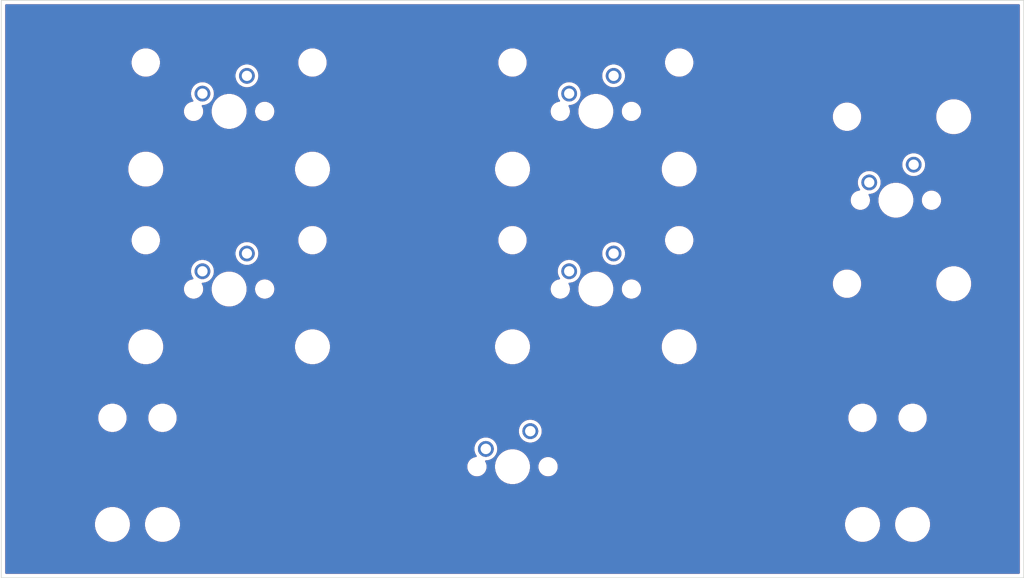
<source format=kicad_pcb>
(kicad_pcb (version 20171130) (host pcbnew "(5.1.9-0-10_14)")

  (general
    (thickness 1.6)
    (drawings 4)
    (tracks 0)
    (zones 0)
    (modules 7)
    (nets 15)
  )

  (page A4)
  (layers
    (0 F.Cu signal)
    (31 B.Cu signal)
    (32 B.Adhes user)
    (33 F.Adhes user)
    (34 B.Paste user)
    (35 F.Paste user)
    (36 B.SilkS user)
    (37 F.SilkS user)
    (38 B.Mask user)
    (39 F.Mask user)
    (40 Dwgs.User user)
    (41 Cmts.User user)
    (42 Eco1.User user)
    (43 Eco2.User user)
    (44 Edge.Cuts user)
    (45 Margin user)
    (46 B.CrtYd user)
    (47 F.CrtYd user)
    (48 B.Fab user)
    (49 F.Fab user)
  )

  (setup
    (last_trace_width 0.25)
    (trace_clearance 0.2)
    (zone_clearance 0.508)
    (zone_45_only no)
    (trace_min 0.2)
    (via_size 0.8)
    (via_drill 0.4)
    (via_min_size 0.4)
    (via_min_drill 0.3)
    (uvia_size 0.3)
    (uvia_drill 0.1)
    (uvias_allowed no)
    (uvia_min_size 0.2)
    (uvia_min_drill 0.1)
    (edge_width 0.05)
    (segment_width 0.2)
    (pcb_text_width 0.3)
    (pcb_text_size 1.5 1.5)
    (mod_edge_width 0.12)
    (mod_text_size 1 1)
    (mod_text_width 0.15)
    (pad_size 2.25 2.25)
    (pad_drill 1.47)
    (pad_to_mask_clearance 0)
    (aux_axis_origin 0 0)
    (visible_elements FFFFFF7F)
    (pcbplotparams
      (layerselection 0x010fc_ffffffff)
      (usegerberextensions false)
      (usegerberattributes true)
      (usegerberadvancedattributes true)
      (creategerberjobfile true)
      (excludeedgelayer true)
      (linewidth 0.100000)
      (plotframeref false)
      (viasonmask false)
      (mode 1)
      (useauxorigin false)
      (hpglpennumber 1)
      (hpglpenspeed 20)
      (hpglpendiameter 15.000000)
      (psnegative false)
      (psa4output false)
      (plotreference true)
      (plotvalue true)
      (plotinvisibletext false)
      (padsonsilk false)
      (subtractmaskfromsilk false)
      (outputformat 1)
      (mirror false)
      (drillshape 1)
      (scaleselection 1)
      (outputdirectory ""))
  )

  (net 0 "")
  (net 1 "Net-(SW1-Pad2)")
  (net 2 "Net-(SW1-Pad1)")
  (net 3 "Net-(SW2-Pad2)")
  (net 4 "Net-(SW2-Pad1)")
  (net 5 "Net-(SW3-Pad2)")
  (net 6 "Net-(SW3-Pad1)")
  (net 7 "Net-(SW4-Pad2)")
  (net 8 "Net-(SW4-Pad1)")
  (net 9 "Net-(SW5-Pad1)")
  (net 10 "Net-(SW5-Pad2)")
  (net 11 "Net-(SW6-Pad2)")
  (net 12 "Net-(SW6-Pad1)")
  (net 13 "Net-(SW7-Pad2)")
  (net 14 "Net-(SW7-Pad1)")

  (net_class Default "This is the default net class."
    (clearance 0.2)
    (trace_width 0.25)
    (via_dia 0.8)
    (via_drill 0.4)
    (uvia_dia 0.3)
    (uvia_drill 0.1)
    (add_net "Net-(SW1-Pad1)")
    (add_net "Net-(SW1-Pad2)")
    (add_net "Net-(SW2-Pad1)")
    (add_net "Net-(SW2-Pad2)")
    (add_net "Net-(SW3-Pad1)")
    (add_net "Net-(SW3-Pad2)")
    (add_net "Net-(SW4-Pad1)")
    (add_net "Net-(SW4-Pad2)")
    (add_net "Net-(SW5-Pad1)")
    (add_net "Net-(SW5-Pad2)")
    (add_net "Net-(SW6-Pad1)")
    (add_net "Net-(SW6-Pad2)")
    (add_net "Net-(SW7-Pad1)")
    (add_net "Net-(SW7-Pad2)")
  )

  (module MX_Only:MXOnly-2.75U-NoLED (layer F.Cu) (tedit 5FD02DAE) (tstamp 611562CA)
    (at 111.91875 126.20625)
    (path /6115117F)
    (fp_text reference SW4 (at 0 3.175) (layer Dwgs.User)
      (effects (font (size 1 1) (thickness 0.15)))
    )
    (fp_text value SW_Push (at 0 -7.9375) (layer Dwgs.User)
      (effects (font (size 1 1) (thickness 0.15)))
    )
    (fp_line (start -26.19375 9.525) (end -26.19375 -9.525) (layer Dwgs.User) (width 0.15))
    (fp_line (start -26.19375 9.525) (end 26.19375 9.525) (layer Dwgs.User) (width 0.15))
    (fp_line (start 26.19375 -9.525) (end 26.19375 9.525) (layer Dwgs.User) (width 0.15))
    (fp_line (start -26.19375 -9.525) (end 26.19375 -9.525) (layer Dwgs.User) (width 0.15))
    (fp_line (start 7 -7) (end -7 -7) (layer F.CrtYd) (width 0.15))
    (fp_line (start -7 -7) (end -7 7) (layer F.CrtYd) (width 0.15))
    (fp_line (start -7 7) (end 7 7) (layer F.CrtYd) (width 0.15))
    (fp_line (start 7 -7) (end 7 7) (layer F.CrtYd) (width 0.15))
    (pad 2 thru_hole circle (at 2.54 -5.08) (size 2.25 2.25) (drill 1.47) (layers *.Cu *.Mask)
      (net 7 "Net-(SW4-Pad2)"))
    (pad "" np_thru_hole circle (at 0 0) (size 3.9878 3.9878) (drill 3.9878) (layers *.Cu *.Mask))
    (pad 1 thru_hole circle (at -3.81 -2.54) (size 2.25 2.25) (drill 1.47) (layers *.Cu *.Mask)
      (net 8 "Net-(SW4-Pad1)"))
    (pad "" np_thru_hole circle (at -5.08 0 48.0996) (size 1.75 1.75) (drill 1.75) (layers *.Cu *.Mask))
    (pad "" np_thru_hole circle (at 5.08 0 48.0996) (size 1.75 1.75) (drill 1.75) (layers *.Cu *.Mask))
    (pad "" np_thru_hole circle (at -11.90625 -6.985) (size 3.048 3.048) (drill 3.048) (layers *.Cu *.Mask))
    (pad "" np_thru_hole circle (at 11.90625 -6.985) (size 3.048 3.048) (drill 3.048) (layers *.Cu *.Mask))
    (pad "" np_thru_hole circle (at -11.90625 8.255) (size 3.9878 3.9878) (drill 3.9878) (layers *.Cu *.Mask))
    (pad "" np_thru_hole circle (at 11.90625 8.255) (size 3.9878 3.9878) (drill 3.9878) (layers *.Cu *.Mask))
  )

  (module MX_Only:MXOnly-2.75U-NoLED (layer F.Cu) (tedit 5FD02DAE) (tstamp 611562B5)
    (at 164.30625 100.80625)
    (path /61151C69)
    (fp_text reference SW3 (at 0 3.175) (layer Dwgs.User)
      (effects (font (size 1 1) (thickness 0.15)))
    )
    (fp_text value SW_Push (at 0 -7.9375) (layer Dwgs.User)
      (effects (font (size 1 1) (thickness 0.15)))
    )
    (fp_line (start -26.19375 9.525) (end -26.19375 -9.525) (layer Dwgs.User) (width 0.15))
    (fp_line (start -26.19375 9.525) (end 26.19375 9.525) (layer Dwgs.User) (width 0.15))
    (fp_line (start 26.19375 -9.525) (end 26.19375 9.525) (layer Dwgs.User) (width 0.15))
    (fp_line (start -26.19375 -9.525) (end 26.19375 -9.525) (layer Dwgs.User) (width 0.15))
    (fp_line (start 7 -7) (end -7 -7) (layer F.CrtYd) (width 0.15))
    (fp_line (start -7 -7) (end -7 7) (layer F.CrtYd) (width 0.15))
    (fp_line (start -7 7) (end 7 7) (layer F.CrtYd) (width 0.15))
    (fp_line (start 7 -7) (end 7 7) (layer F.CrtYd) (width 0.15))
    (pad 2 thru_hole circle (at 2.54 -5.08) (size 2.25 2.25) (drill 1.47) (layers *.Cu *.Mask)
      (net 5 "Net-(SW3-Pad2)"))
    (pad "" np_thru_hole circle (at 0 0) (size 3.9878 3.9878) (drill 3.9878) (layers *.Cu *.Mask))
    (pad 1 thru_hole circle (at -3.81 -2.54) (size 2.25 2.25) (drill 1.47) (layers *.Cu *.Mask)
      (net 6 "Net-(SW3-Pad1)"))
    (pad "" np_thru_hole circle (at -5.08 0 48.0996) (size 1.75 1.75) (drill 1.75) (layers *.Cu *.Mask))
    (pad "" np_thru_hole circle (at 5.08 0 48.0996) (size 1.75 1.75) (drill 1.75) (layers *.Cu *.Mask))
    (pad "" np_thru_hole circle (at -11.90625 -6.985) (size 3.048 3.048) (drill 3.048) (layers *.Cu *.Mask))
    (pad "" np_thru_hole circle (at 11.90625 -6.985) (size 3.048 3.048) (drill 3.048) (layers *.Cu *.Mask))
    (pad "" np_thru_hole circle (at -11.90625 8.255) (size 3.9878 3.9878) (drill 3.9878) (layers *.Cu *.Mask))
    (pad "" np_thru_hole circle (at 11.90625 8.255) (size 3.9878 3.9878) (drill 3.9878) (layers *.Cu *.Mask))
  )

  (module MX_Only:MXOnly-2.75U-NoLED (layer F.Cu) (tedit 5FD02DAE) (tstamp 611562A0)
    (at 164.30625 126.20625)
    (path /6115052E)
    (fp_text reference SW2 (at 0 3.175) (layer Dwgs.User)
      (effects (font (size 1 1) (thickness 0.15)))
    )
    (fp_text value SW_Push (at 0 -7.9375) (layer Dwgs.User)
      (effects (font (size 1 1) (thickness 0.15)))
    )
    (fp_line (start -26.19375 9.525) (end -26.19375 -9.525) (layer Dwgs.User) (width 0.15))
    (fp_line (start -26.19375 9.525) (end 26.19375 9.525) (layer Dwgs.User) (width 0.15))
    (fp_line (start 26.19375 -9.525) (end 26.19375 9.525) (layer Dwgs.User) (width 0.15))
    (fp_line (start -26.19375 -9.525) (end 26.19375 -9.525) (layer Dwgs.User) (width 0.15))
    (fp_line (start 7 -7) (end -7 -7) (layer F.CrtYd) (width 0.15))
    (fp_line (start -7 -7) (end -7 7) (layer F.CrtYd) (width 0.15))
    (fp_line (start -7 7) (end 7 7) (layer F.CrtYd) (width 0.15))
    (fp_line (start 7 -7) (end 7 7) (layer F.CrtYd) (width 0.15))
    (pad 2 thru_hole circle (at 2.54 -5.08) (size 2.25 2.25) (drill 1.47) (layers *.Cu *.Mask)
      (net 3 "Net-(SW2-Pad2)"))
    (pad "" np_thru_hole circle (at 0 0) (size 3.9878 3.9878) (drill 3.9878) (layers *.Cu *.Mask))
    (pad 1 thru_hole circle (at -3.81 -2.54) (size 2.25 2.25) (drill 1.47) (layers *.Cu *.Mask)
      (net 4 "Net-(SW2-Pad1)"))
    (pad "" np_thru_hole circle (at -5.08 0 48.0996) (size 1.75 1.75) (drill 1.75) (layers *.Cu *.Mask))
    (pad "" np_thru_hole circle (at 5.08 0 48.0996) (size 1.75 1.75) (drill 1.75) (layers *.Cu *.Mask))
    (pad "" np_thru_hole circle (at -11.90625 -6.985) (size 3.048 3.048) (drill 3.048) (layers *.Cu *.Mask))
    (pad "" np_thru_hole circle (at 11.90625 -6.985) (size 3.048 3.048) (drill 3.048) (layers *.Cu *.Mask))
    (pad "" np_thru_hole circle (at -11.90625 8.255) (size 3.9878 3.9878) (drill 3.9878) (layers *.Cu *.Mask))
    (pad "" np_thru_hole circle (at 11.90625 8.255) (size 3.9878 3.9878) (drill 3.9878) (layers *.Cu *.Mask))
  )

  (module MX_Only:MXOnly-2.75U-NoLED (layer F.Cu) (tedit 5FD02DAE) (tstamp 6115628B)
    (at 111.91875 100.80625)
    (path /61151175)
    (fp_text reference SW1 (at 0 3.175) (layer Dwgs.User)
      (effects (font (size 1 1) (thickness 0.15)))
    )
    (fp_text value SW_Push (at 0 -7.9375) (layer Dwgs.User)
      (effects (font (size 1 1) (thickness 0.15)))
    )
    (fp_line (start -26.19375 9.525) (end -26.19375 -9.525) (layer Dwgs.User) (width 0.15))
    (fp_line (start -26.19375 9.525) (end 26.19375 9.525) (layer Dwgs.User) (width 0.15))
    (fp_line (start 26.19375 -9.525) (end 26.19375 9.525) (layer Dwgs.User) (width 0.15))
    (fp_line (start -26.19375 -9.525) (end 26.19375 -9.525) (layer Dwgs.User) (width 0.15))
    (fp_line (start 7 -7) (end -7 -7) (layer F.CrtYd) (width 0.15))
    (fp_line (start -7 -7) (end -7 7) (layer F.CrtYd) (width 0.15))
    (fp_line (start -7 7) (end 7 7) (layer F.CrtYd) (width 0.15))
    (fp_line (start 7 -7) (end 7 7) (layer F.CrtYd) (width 0.15))
    (pad 2 thru_hole circle (at 2.54 -5.08) (size 2.25 2.25) (drill 1.47) (layers *.Cu *.Mask)
      (net 1 "Net-(SW1-Pad2)"))
    (pad "" np_thru_hole circle (at 0 0) (size 3.9878 3.9878) (drill 3.9878) (layers *.Cu *.Mask))
    (pad 1 thru_hole circle (at -3.81 -2.54) (size 2.25 2.25) (drill 1.47) (layers *.Cu *.Mask)
      (net 2 "Net-(SW1-Pad1)"))
    (pad "" np_thru_hole circle (at -5.08 0 48.0996) (size 1.75 1.75) (drill 1.75) (layers *.Cu *.Mask))
    (pad "" np_thru_hole circle (at 5.08 0 48.0996) (size 1.75 1.75) (drill 1.75) (layers *.Cu *.Mask))
    (pad "" np_thru_hole circle (at -11.90625 -6.985) (size 3.048 3.048) (drill 3.048) (layers *.Cu *.Mask))
    (pad "" np_thru_hole circle (at 11.90625 -6.985) (size 3.048 3.048) (drill 3.048) (layers *.Cu *.Mask))
    (pad "" np_thru_hole circle (at -11.90625 8.255) (size 3.9878 3.9878) (drill 3.9878) (layers *.Cu *.Mask))
    (pad "" np_thru_hole circle (at 11.90625 8.255) (size 3.9878 3.9878) (drill 3.9878) (layers *.Cu *.Mask))
  )

  (module MX_Only:MXOnly-ISO (layer F.Cu) (tedit 5F4FCF09) (tstamp 611562E5)
    (at 207.16875 113.50625)
    (path /6115081F)
    (fp_text reference SW5 (at 0 3.175) (layer Dwgs.User)
      (effects (font (size 1 1) (thickness 0.15)))
    )
    (fp_text value SW_Push (at 0 -7.9375) (layer Dwgs.User)
      (effects (font (size 1 1) (thickness 0.15)))
    )
    (fp_line (start -16.66875 -19.05) (end -16.66875 0) (layer Dwgs.User) (width 0.15))
    (fp_line (start -11.90625 19.05) (end 11.90625 19.05) (layer Dwgs.User) (width 0.15))
    (fp_line (start 11.90625 -19.05) (end 11.90625 19.05) (layer Dwgs.User) (width 0.15))
    (fp_line (start -16.66875 -19.05) (end 11.90625 -19.05) (layer Dwgs.User) (width 0.15))
    (fp_line (start -7 -7) (end -7 5) (layer Dwgs.User) (width 0.15))
    (fp_line (start 5 -7) (end -7 -7) (layer Dwgs.User) (width 0.15))
    (fp_line (start -7 7) (end 5 7) (layer Dwgs.User) (width 0.15))
    (fp_line (start -7 5) (end -7 7) (layer Dwgs.User) (width 0.15))
    (fp_line (start 7 7) (end 7 -5) (layer Dwgs.User) (width 0.15))
    (fp_line (start 5 7) (end 7 7) (layer Dwgs.User) (width 0.15))
    (fp_line (start 7 -7) (end 7 -5) (layer Dwgs.User) (width 0.15))
    (fp_line (start 5 -7) (end 7 -7) (layer Dwgs.User) (width 0.15))
    (fp_line (start -11.90625 0) (end -16.66875 0) (layer Dwgs.User) (width 0.15))
    (fp_line (start -11.90625 19.05) (end -11.90625 0) (layer Dwgs.User) (width 0.15))
    (pad "" np_thru_hole circle (at 8.255 -11.938) (size 3.9878 3.9878) (drill 3.9878) (layers *.Cu *.Mask))
    (pad "" np_thru_hole circle (at 8.255 11.938) (size 3.9878 3.9878) (drill 3.9878) (layers *.Cu *.Mask))
    (pad "" np_thru_hole circle (at -6.985 -11.938) (size 3.048 3.048) (drill 3.048) (layers *.Cu *.Mask))
    (pad "" np_thru_hole circle (at -6.985 11.938) (size 3.048 3.048) (drill 3.048) (layers *.Cu *.Mask))
    (pad "" np_thru_hole circle (at 5.08 0 48.0996) (size 1.75 1.75) (drill 1.75) (layers *.Cu *.Mask))
    (pad "" np_thru_hole circle (at -5.08 0 48.0996) (size 1.75 1.75) (drill 1.75) (layers *.Cu *.Mask))
    (pad 1 thru_hole circle (at -3.81 -2.54) (size 2.25 2.25) (drill 1.47) (layers *.Cu *.Mask)
      (net 9 "Net-(SW5-Pad1)"))
    (pad "" np_thru_hole circle (at 0 0) (size 3.9878 3.9878) (drill 3.9878) (layers *.Cu *.Mask))
    (pad 2 thru_hole circle (at 2.54 -5.08) (size 2.25 2.25) (drill 1.47) (layers *.Cu *.Mask)
      (net 10 "Net-(SW5-Pad2)"))
  )

  (module MX_Only:MXOnly-7U-NoLED (layer F.Cu) (tedit 61154BC8) (tstamp 61156317)
    (at 152.4 151.60625)
    (path /61151F89)
    (fp_text reference SW7 (at 0 3.175) (layer Dwgs.User)
      (effects (font (size 1 1) (thickness 0.15)))
    )
    (fp_text value SW_Push (at 0 -7.9375) (layer Dwgs.User)
      (effects (font (size 1 1) (thickness 0.15)))
    )
    (fp_line (start 5 -7) (end 7 -7) (layer Dwgs.User) (width 0.15))
    (fp_line (start 7 -7) (end 7 -5) (layer Dwgs.User) (width 0.15))
    (fp_line (start 5 7) (end 7 7) (layer Dwgs.User) (width 0.15))
    (fp_line (start 7 7) (end 7 5) (layer Dwgs.User) (width 0.15))
    (fp_line (start -7 5) (end -7 7) (layer Dwgs.User) (width 0.15))
    (fp_line (start -7 7) (end -5 7) (layer Dwgs.User) (width 0.15))
    (fp_line (start -5 -7) (end -7 -7) (layer Dwgs.User) (width 0.15))
    (fp_line (start -7 -7) (end -7 -5) (layer Dwgs.User) (width 0.15))
    (fp_line (start -66.675 -9.525) (end 66.675 -9.525) (layer Dwgs.User) (width 0.15))
    (fp_line (start 66.675 -9.525) (end 66.675 9.525) (layer Dwgs.User) (width 0.15))
    (fp_line (start -66.675 9.525) (end 66.675 9.525) (layer Dwgs.User) (width 0.15))
    (fp_line (start -66.675 9.525) (end -66.675 -9.525) (layer Dwgs.User) (width 0.15))
    (pad 2 thru_hole circle (at 2.54 -5.08) (size 2.25 2.25) (drill 1.47) (layers *.Cu *.Mask)
      (net 13 "Net-(SW7-Pad2)"))
    (pad "" np_thru_hole circle (at 0 0) (size 3.9878 3.9878) (drill 3.9878) (layers *.Cu *.Mask))
    (pad 1 thru_hole circle (at -3.81 -2.54) (size 2.25 2.25) (drill 1.47) (layers *.Cu *.Mask)
      (net 14 "Net-(SW7-Pad1)"))
    (pad "" np_thru_hole circle (at -5.08 0 48.0996) (size 1.75 1.75) (drill 1.75) (layers *.Cu *.Mask))
    (pad "" np_thru_hole circle (at 5.08 0 48.0996) (size 1.75 1.75) (drill 1.75) (layers *.Cu *.Mask))
    (pad "" np_thru_hole circle (at -57.15 -6.985) (size 3.048 3.048) (drill 3.048) (layers *.Cu *.Mask))
    (pad "" np_thru_hole circle (at 57.15 -6.985) (size 3.048 3.048) (drill 3.048) (layers *.Cu *.Mask))
    (pad "" np_thru_hole circle (at -57.15 8.255) (size 3.9878 3.9878) (drill 3.9878) (layers *.Cu *.Mask))
    (pad "" np_thru_hole circle (at 57.15 8.255) (size 3.9878 3.9878) (drill 3.9878) (layers *.Cu *.Mask))
  )

  (module MX_Only:MXOnly-6.25U-NoLED (layer F.Cu) (tedit 5BD3C74C) (tstamp 611562FE)
    (at 152.4 151.60625)
    (path /61151F7F)
    (fp_text reference SW6 (at 0 3.175) (layer Dwgs.User)
      (effects (font (size 1 1) (thickness 0.15)))
    )
    (fp_text value SW_Push (at 0 -7.9375) (layer Dwgs.User)
      (effects (font (size 1 1) (thickness 0.15)))
    )
    (fp_line (start 5 -7) (end 7 -7) (layer Dwgs.User) (width 0.15))
    (fp_line (start 7 -7) (end 7 -5) (layer Dwgs.User) (width 0.15))
    (fp_line (start 5 7) (end 7 7) (layer Dwgs.User) (width 0.15))
    (fp_line (start 7 7) (end 7 5) (layer Dwgs.User) (width 0.15))
    (fp_line (start -7 5) (end -7 7) (layer Dwgs.User) (width 0.15))
    (fp_line (start -7 7) (end -5 7) (layer Dwgs.User) (width 0.15))
    (fp_line (start -5 -7) (end -7 -7) (layer Dwgs.User) (width 0.15))
    (fp_line (start -7 -7) (end -7 -5) (layer Dwgs.User) (width 0.15))
    (fp_line (start -59.53125 -9.525) (end 59.53125 -9.525) (layer Dwgs.User) (width 0.15))
    (fp_line (start 59.53125 -9.525) (end 59.53125 9.525) (layer Dwgs.User) (width 0.15))
    (fp_line (start -59.53125 9.525) (end 59.53125 9.525) (layer Dwgs.User) (width 0.15))
    (fp_line (start -59.53125 9.525) (end -59.53125 -9.525) (layer Dwgs.User) (width 0.15))
    (pad 2 thru_hole circle (at 2.54 -5.08) (size 2.25 2.25) (drill 1.47) (layers *.Cu B.Mask)
      (net 11 "Net-(SW6-Pad2)"))
    (pad "" np_thru_hole circle (at 0 0) (size 3.9878 3.9878) (drill 3.9878) (layers *.Cu *.Mask))
    (pad 1 thru_hole circle (at -3.81 -2.54) (size 2.25 2.25) (drill 1.47) (layers *.Cu B.Mask)
      (net 12 "Net-(SW6-Pad1)"))
    (pad "" np_thru_hole circle (at -5.08 0 48.0996) (size 1.75 1.75) (drill 1.75) (layers *.Cu *.Mask))
    (pad "" np_thru_hole circle (at 5.08 0 48.0996) (size 1.75 1.75) (drill 1.75) (layers *.Cu *.Mask))
    (pad "" np_thru_hole circle (at -49.9999 -6.985) (size 3.048 3.048) (drill 3.048) (layers *.Cu *.Mask))
    (pad "" np_thru_hole circle (at 49.9999 -6.985) (size 3.048 3.048) (drill 3.048) (layers *.Cu *.Mask))
    (pad "" np_thru_hole circle (at -49.9999 8.255) (size 3.9878 3.9878) (drill 3.9878) (layers *.Cu *.Mask))
    (pad "" np_thru_hole circle (at 49.9999 8.255) (size 3.9878 3.9878) (drill 3.9878) (layers *.Cu *.Mask))
  )

  (gr_line (start 225.425 84.93125) (end 225.425 167.48125) (layer Edge.Cuts) (width 0.1))
  (gr_line (start 79.375 84.93125) (end 225.425 84.93125) (layer Edge.Cuts) (width 0.1))
  (gr_line (start 79.375 167.48125) (end 79.375 84.93125) (layer Edge.Cuts) (width 0.1))
  (gr_line (start 225.425 167.48125) (end 79.375 167.48125) (layer Edge.Cuts) (width 0.1))

  (zone (net 0) (net_name "") (layer F.Cu) (tstamp 0) (hatch edge 0.508)
    (connect_pads (clearance 0.508))
    (min_thickness 0.254)
    (fill yes (arc_segments 32) (thermal_gap 0.508) (thermal_bridge_width 0.508))
    (polygon
      (pts
        (xy 225.425 167.48125) (xy 79.375 167.48125) (xy 79.375 84.93125) (xy 225.425 84.93125)
      )
    )
    (filled_polygon
      (pts
        (xy 224.740001 166.79625) (xy 80.06 166.79625) (xy 80.06 159.602326) (xy 92.6211 159.602326) (xy 92.6211 160.120174)
        (xy 92.722127 160.628072) (xy 92.920299 161.106501) (xy 93.208 161.537076) (xy 93.574174 161.90325) (xy 94.004749 162.190951)
        (xy 94.483178 162.389123) (xy 94.991076 162.49015) (xy 95.508924 162.49015) (xy 96.016822 162.389123) (xy 96.495251 162.190951)
        (xy 96.925826 161.90325) (xy 97.292 161.537076) (xy 97.579701 161.106501) (xy 97.777873 160.628072) (xy 97.8789 160.120174)
        (xy 97.8789 159.602326) (xy 99.7712 159.602326) (xy 99.7712 160.120174) (xy 99.872227 160.628072) (xy 100.070399 161.106501)
        (xy 100.3581 161.537076) (xy 100.724274 161.90325) (xy 101.154849 162.190951) (xy 101.633278 162.389123) (xy 102.141176 162.49015)
        (xy 102.659024 162.49015) (xy 103.166922 162.389123) (xy 103.645351 162.190951) (xy 104.075926 161.90325) (xy 104.4421 161.537076)
        (xy 104.729801 161.106501) (xy 104.927973 160.628072) (xy 105.029 160.120174) (xy 105.029 159.602326) (xy 199.771 159.602326)
        (xy 199.771 160.120174) (xy 199.872027 160.628072) (xy 200.070199 161.106501) (xy 200.3579 161.537076) (xy 200.724074 161.90325)
        (xy 201.154649 162.190951) (xy 201.633078 162.389123) (xy 202.140976 162.49015) (xy 202.658824 162.49015) (xy 203.166722 162.389123)
        (xy 203.645151 162.190951) (xy 204.075726 161.90325) (xy 204.4419 161.537076) (xy 204.729601 161.106501) (xy 204.927773 160.628072)
        (xy 205.0288 160.120174) (xy 205.0288 159.602326) (xy 206.9211 159.602326) (xy 206.9211 160.120174) (xy 207.022127 160.628072)
        (xy 207.220299 161.106501) (xy 207.508 161.537076) (xy 207.874174 161.90325) (xy 208.304749 162.190951) (xy 208.783178 162.389123)
        (xy 209.291076 162.49015) (xy 209.808924 162.49015) (xy 210.316822 162.389123) (xy 210.795251 162.190951) (xy 211.225826 161.90325)
        (xy 211.592 161.537076) (xy 211.879701 161.106501) (xy 212.077873 160.628072) (xy 212.1789 160.120174) (xy 212.1789 159.602326)
        (xy 212.077873 159.094428) (xy 211.879701 158.615999) (xy 211.592 158.185424) (xy 211.225826 157.81925) (xy 210.795251 157.531549)
        (xy 210.316822 157.333377) (xy 209.808924 157.23235) (xy 209.291076 157.23235) (xy 208.783178 157.333377) (xy 208.304749 157.531549)
        (xy 207.874174 157.81925) (xy 207.508 158.185424) (xy 207.220299 158.615999) (xy 207.022127 159.094428) (xy 206.9211 159.602326)
        (xy 205.0288 159.602326) (xy 204.927773 159.094428) (xy 204.729601 158.615999) (xy 204.4419 158.185424) (xy 204.075726 157.81925)
        (xy 203.645151 157.531549) (xy 203.166722 157.333377) (xy 202.658824 157.23235) (xy 202.140976 157.23235) (xy 201.633078 157.333377)
        (xy 201.154649 157.531549) (xy 200.724074 157.81925) (xy 200.3579 158.185424) (xy 200.070199 158.615999) (xy 199.872027 159.094428)
        (xy 199.771 159.602326) (xy 105.029 159.602326) (xy 104.927973 159.094428) (xy 104.729801 158.615999) (xy 104.4421 158.185424)
        (xy 104.075926 157.81925) (xy 103.645351 157.531549) (xy 103.166922 157.333377) (xy 102.659024 157.23235) (xy 102.141176 157.23235)
        (xy 101.633278 157.333377) (xy 101.154849 157.531549) (xy 100.724274 157.81925) (xy 100.3581 158.185424) (xy 100.070399 158.615999)
        (xy 99.872227 159.094428) (xy 99.7712 159.602326) (xy 97.8789 159.602326) (xy 97.777873 159.094428) (xy 97.579701 158.615999)
        (xy 97.292 158.185424) (xy 96.925826 157.81925) (xy 96.495251 157.531549) (xy 96.016822 157.333377) (xy 95.508924 157.23235)
        (xy 94.991076 157.23235) (xy 94.483178 157.333377) (xy 94.004749 157.531549) (xy 93.574174 157.81925) (xy 93.208 158.185424)
        (xy 92.920299 158.615999) (xy 92.722127 159.094428) (xy 92.6211 159.602326) (xy 80.06 159.602326) (xy 80.06 151.457528)
        (xy 145.81 151.457528) (xy 145.81 151.754972) (xy 145.868029 152.046701) (xy 145.981856 152.321503) (xy 146.147107 152.568819)
        (xy 146.357431 152.779143) (xy 146.604747 152.944394) (xy 146.879549 153.058221) (xy 147.171278 153.11625) (xy 147.468722 153.11625)
        (xy 147.760451 153.058221) (xy 148.035253 152.944394) (xy 148.282569 152.779143) (xy 148.492893 152.568819) (xy 148.658144 152.321503)
        (xy 148.771971 152.046701) (xy 148.83 151.754972) (xy 148.83 151.457528) (xy 148.80808 151.347326) (xy 149.7711 151.347326)
        (xy 149.7711 151.865174) (xy 149.872127 152.373072) (xy 150.070299 152.851501) (xy 150.358 153.282076) (xy 150.724174 153.64825)
        (xy 151.154749 153.935951) (xy 151.633178 154.134123) (xy 152.141076 154.23515) (xy 152.658924 154.23515) (xy 153.166822 154.134123)
        (xy 153.645251 153.935951) (xy 154.075826 153.64825) (xy 154.442 153.282076) (xy 154.729701 152.851501) (xy 154.927873 152.373072)
        (xy 155.0289 151.865174) (xy 155.0289 151.457528) (xy 155.97 151.457528) (xy 155.97 151.754972) (xy 156.028029 152.046701)
        (xy 156.141856 152.321503) (xy 156.307107 152.568819) (xy 156.517431 152.779143) (xy 156.764747 152.944394) (xy 157.039549 153.058221)
        (xy 157.331278 153.11625) (xy 157.628722 153.11625) (xy 157.920451 153.058221) (xy 158.195253 152.944394) (xy 158.442569 152.779143)
        (xy 158.652893 152.568819) (xy 158.818144 152.321503) (xy 158.931971 152.046701) (xy 158.99 151.754972) (xy 158.99 151.457528)
        (xy 158.931971 151.165799) (xy 158.818144 150.890997) (xy 158.652893 150.643681) (xy 158.442569 150.433357) (xy 158.195253 150.268106)
        (xy 157.920451 150.154279) (xy 157.628722 150.09625) (xy 157.331278 150.09625) (xy 157.039549 150.154279) (xy 156.764747 150.268106)
        (xy 156.517431 150.433357) (xy 156.307107 150.643681) (xy 156.141856 150.890997) (xy 156.028029 151.165799) (xy 155.97 151.457528)
        (xy 155.0289 151.457528) (xy 155.0289 151.347326) (xy 154.927873 150.839428) (xy 154.729701 150.360999) (xy 154.442 149.930424)
        (xy 154.075826 149.56425) (xy 153.645251 149.276549) (xy 153.166822 149.078377) (xy 152.658924 148.97735) (xy 152.141076 148.97735)
        (xy 151.633178 149.078377) (xy 151.154749 149.276549) (xy 150.724174 149.56425) (xy 150.358 149.930424) (xy 150.070299 150.360999)
        (xy 149.872127 150.839428) (xy 149.7711 151.347326) (xy 148.80808 151.347326) (xy 148.771971 151.165799) (xy 148.658144 150.890997)
        (xy 148.614882 150.82625) (xy 148.763345 150.82625) (xy 149.103373 150.758614) (xy 149.423673 150.625942) (xy 149.711935 150.433331)
        (xy 149.957081 150.188185) (xy 150.149692 149.899923) (xy 150.282364 149.579623) (xy 150.35 149.239595) (xy 150.35 148.892905)
        (xy 150.282364 148.552877) (xy 150.149692 148.232577) (xy 149.957081 147.944315) (xy 149.711935 147.699169) (xy 149.423673 147.506558)
        (xy 149.103373 147.373886) (xy 148.763345 147.30625) (xy 148.416655 147.30625) (xy 148.076627 147.373886) (xy 147.756327 147.506558)
        (xy 147.468065 147.699169) (xy 147.222919 147.944315) (xy 147.030308 148.232577) (xy 146.897636 148.552877) (xy 146.83 148.892905)
        (xy 146.83 149.239595) (xy 146.897636 149.579623) (xy 147.030308 149.899923) (xy 147.162638 150.097969) (xy 146.879549 150.154279)
        (xy 146.604747 150.268106) (xy 146.357431 150.433357) (xy 146.147107 150.643681) (xy 145.981856 150.890997) (xy 145.868029 151.165799)
        (xy 145.81 151.457528) (xy 80.06 151.457528) (xy 80.06 144.408607) (xy 93.091 144.408607) (xy 93.091 144.833893)
        (xy 93.17397 145.251007) (xy 93.336719 145.64392) (xy 93.572996 145.997532) (xy 93.873718 146.298254) (xy 94.22733 146.534531)
        (xy 94.620243 146.69728) (xy 95.037357 146.78025) (xy 95.462643 146.78025) (xy 95.879757 146.69728) (xy 96.27267 146.534531)
        (xy 96.626282 146.298254) (xy 96.927004 145.997532) (xy 97.163281 145.64392) (xy 97.32603 145.251007) (xy 97.409 144.833893)
        (xy 97.409 144.408607) (xy 100.2411 144.408607) (xy 100.2411 144.833893) (xy 100.32407 145.251007) (xy 100.486819 145.64392)
        (xy 100.723096 145.997532) (xy 101.023818 146.298254) (xy 101.37743 146.534531) (xy 101.770343 146.69728) (xy 102.187457 146.78025)
        (xy 102.612743 146.78025) (xy 103.029857 146.69728) (xy 103.42277 146.534531) (xy 103.694591 146.352905) (xy 153.18 146.352905)
        (xy 153.18 146.699595) (xy 153.247636 147.039623) (xy 153.380308 147.359923) (xy 153.572919 147.648185) (xy 153.818065 147.893331)
        (xy 154.106327 148.085942) (xy 154.426627 148.218614) (xy 154.766655 148.28625) (xy 155.113345 148.28625) (xy 155.453373 148.218614)
        (xy 155.773673 148.085942) (xy 156.061935 147.893331) (xy 156.307081 147.648185) (xy 156.499692 147.359923) (xy 156.632364 147.039623)
        (xy 156.7 146.699595) (xy 156.7 146.352905) (xy 156.632364 146.012877) (xy 156.499692 145.692577) (xy 156.307081 145.404315)
        (xy 156.061935 145.159169) (xy 155.773673 144.966558) (xy 155.453373 144.833886) (xy 155.113345 144.76625) (xy 154.766655 144.76625)
        (xy 154.426627 144.833886) (xy 154.106327 144.966558) (xy 153.818065 145.159169) (xy 153.572919 145.404315) (xy 153.380308 145.692577)
        (xy 153.247636 146.012877) (xy 153.18 146.352905) (xy 103.694591 146.352905) (xy 103.776382 146.298254) (xy 104.077104 145.997532)
        (xy 104.313381 145.64392) (xy 104.47613 145.251007) (xy 104.5591 144.833893) (xy 104.5591 144.408607) (xy 200.2409 144.408607)
        (xy 200.2409 144.833893) (xy 200.32387 145.251007) (xy 200.486619 145.64392) (xy 200.722896 145.997532) (xy 201.023618 146.298254)
        (xy 201.37723 146.534531) (xy 201.770143 146.69728) (xy 202.187257 146.78025) (xy 202.612543 146.78025) (xy 203.029657 146.69728)
        (xy 203.42257 146.534531) (xy 203.776182 146.298254) (xy 204.076904 145.997532) (xy 204.313181 145.64392) (xy 204.47593 145.251007)
        (xy 204.5589 144.833893) (xy 204.5589 144.408607) (xy 207.391 144.408607) (xy 207.391 144.833893) (xy 207.47397 145.251007)
        (xy 207.636719 145.64392) (xy 207.872996 145.997532) (xy 208.173718 146.298254) (xy 208.52733 146.534531) (xy 208.920243 146.69728)
        (xy 209.337357 146.78025) (xy 209.762643 146.78025) (xy 210.179757 146.69728) (xy 210.57267 146.534531) (xy 210.926282 146.298254)
        (xy 211.227004 145.997532) (xy 211.463281 145.64392) (xy 211.62603 145.251007) (xy 211.709 144.833893) (xy 211.709 144.408607)
        (xy 211.62603 143.991493) (xy 211.463281 143.59858) (xy 211.227004 143.244968) (xy 210.926282 142.944246) (xy 210.57267 142.707969)
        (xy 210.179757 142.54522) (xy 209.762643 142.46225) (xy 209.337357 142.46225) (xy 208.920243 142.54522) (xy 208.52733 142.707969)
        (xy 208.173718 142.944246) (xy 207.872996 143.244968) (xy 207.636719 143.59858) (xy 207.47397 143.991493) (xy 207.391 144.408607)
        (xy 204.5589 144.408607) (xy 204.47593 143.991493) (xy 204.313181 143.59858) (xy 204.076904 143.244968) (xy 203.776182 142.944246)
        (xy 203.42257 142.707969) (xy 203.029657 142.54522) (xy 202.612543 142.46225) (xy 202.187257 142.46225) (xy 201.770143 142.54522)
        (xy 201.37723 142.707969) (xy 201.023618 142.944246) (xy 200.722896 143.244968) (xy 200.486619 143.59858) (xy 200.32387 143.991493)
        (xy 200.2409 144.408607) (xy 104.5591 144.408607) (xy 104.47613 143.991493) (xy 104.313381 143.59858) (xy 104.077104 143.244968)
        (xy 103.776382 142.944246) (xy 103.42277 142.707969) (xy 103.029857 142.54522) (xy 102.612743 142.46225) (xy 102.187457 142.46225)
        (xy 101.770343 142.54522) (xy 101.37743 142.707969) (xy 101.023818 142.944246) (xy 100.723096 143.244968) (xy 100.486819 143.59858)
        (xy 100.32407 143.991493) (xy 100.2411 144.408607) (xy 97.409 144.408607) (xy 97.32603 143.991493) (xy 97.163281 143.59858)
        (xy 96.927004 143.244968) (xy 96.626282 142.944246) (xy 96.27267 142.707969) (xy 95.879757 142.54522) (xy 95.462643 142.46225)
        (xy 95.037357 142.46225) (xy 94.620243 142.54522) (xy 94.22733 142.707969) (xy 93.873718 142.944246) (xy 93.572996 143.244968)
        (xy 93.336719 143.59858) (xy 93.17397 143.991493) (xy 93.091 144.408607) (xy 80.06 144.408607) (xy 80.06 134.202326)
        (xy 97.3836 134.202326) (xy 97.3836 134.720174) (xy 97.484627 135.228072) (xy 97.682799 135.706501) (xy 97.9705 136.137076)
        (xy 98.336674 136.50325) (xy 98.767249 136.790951) (xy 99.245678 136.989123) (xy 99.753576 137.09015) (xy 100.271424 137.09015)
        (xy 100.779322 136.989123) (xy 101.257751 136.790951) (xy 101.688326 136.50325) (xy 102.0545 136.137076) (xy 102.342201 135.706501)
        (xy 102.540373 135.228072) (xy 102.6414 134.720174) (xy 102.6414 134.202326) (xy 121.1961 134.202326) (xy 121.1961 134.720174)
        (xy 121.297127 135.228072) (xy 121.495299 135.706501) (xy 121.783 136.137076) (xy 122.149174 136.50325) (xy 122.579749 136.790951)
        (xy 123.058178 136.989123) (xy 123.566076 137.09015) (xy 124.083924 137.09015) (xy 124.591822 136.989123) (xy 125.070251 136.790951)
        (xy 125.500826 136.50325) (xy 125.867 136.137076) (xy 126.154701 135.706501) (xy 126.352873 135.228072) (xy 126.4539 134.720174)
        (xy 126.4539 134.202326) (xy 149.7711 134.202326) (xy 149.7711 134.720174) (xy 149.872127 135.228072) (xy 150.070299 135.706501)
        (xy 150.358 136.137076) (xy 150.724174 136.50325) (xy 151.154749 136.790951) (xy 151.633178 136.989123) (xy 152.141076 137.09015)
        (xy 152.658924 137.09015) (xy 153.166822 136.989123) (xy 153.645251 136.790951) (xy 154.075826 136.50325) (xy 154.442 136.137076)
        (xy 154.729701 135.706501) (xy 154.927873 135.228072) (xy 155.0289 134.720174) (xy 155.0289 134.202326) (xy 173.5836 134.202326)
        (xy 173.5836 134.720174) (xy 173.684627 135.228072) (xy 173.882799 135.706501) (xy 174.1705 136.137076) (xy 174.536674 136.50325)
        (xy 174.967249 136.790951) (xy 175.445678 136.989123) (xy 175.953576 137.09015) (xy 176.471424 137.09015) (xy 176.979322 136.989123)
        (xy 177.457751 136.790951) (xy 177.888326 136.50325) (xy 178.2545 136.137076) (xy 178.542201 135.706501) (xy 178.740373 135.228072)
        (xy 178.8414 134.720174) (xy 178.8414 134.202326) (xy 178.740373 133.694428) (xy 178.542201 133.215999) (xy 178.2545 132.785424)
        (xy 177.888326 132.41925) (xy 177.457751 132.131549) (xy 176.979322 131.933377) (xy 176.471424 131.83235) (xy 175.953576 131.83235)
        (xy 175.445678 131.933377) (xy 174.967249 132.131549) (xy 174.536674 132.41925) (xy 174.1705 132.785424) (xy 173.882799 133.215999)
        (xy 173.684627 133.694428) (xy 173.5836 134.202326) (xy 155.0289 134.202326) (xy 154.927873 133.694428) (xy 154.729701 133.215999)
        (xy 154.442 132.785424) (xy 154.075826 132.41925) (xy 153.645251 132.131549) (xy 153.166822 131.933377) (xy 152.658924 131.83235)
        (xy 152.141076 131.83235) (xy 151.633178 131.933377) (xy 151.154749 132.131549) (xy 150.724174 132.41925) (xy 150.358 132.785424)
        (xy 150.070299 133.215999) (xy 149.872127 133.694428) (xy 149.7711 134.202326) (xy 126.4539 134.202326) (xy 126.352873 133.694428)
        (xy 126.154701 133.215999) (xy 125.867 132.785424) (xy 125.500826 132.41925) (xy 125.070251 132.131549) (xy 124.591822 131.933377)
        (xy 124.083924 131.83235) (xy 123.566076 131.83235) (xy 123.058178 131.933377) (xy 122.579749 132.131549) (xy 122.149174 132.41925)
        (xy 121.783 132.785424) (xy 121.495299 133.215999) (xy 121.297127 133.694428) (xy 121.1961 134.202326) (xy 102.6414 134.202326)
        (xy 102.540373 133.694428) (xy 102.342201 133.215999) (xy 102.0545 132.785424) (xy 101.688326 132.41925) (xy 101.257751 132.131549)
        (xy 100.779322 131.933377) (xy 100.271424 131.83235) (xy 99.753576 131.83235) (xy 99.245678 131.933377) (xy 98.767249 132.131549)
        (xy 98.336674 132.41925) (xy 97.9705 132.785424) (xy 97.682799 133.215999) (xy 97.484627 133.694428) (xy 97.3836 134.202326)
        (xy 80.06 134.202326) (xy 80.06 126.057528) (xy 105.32875 126.057528) (xy 105.32875 126.354972) (xy 105.386779 126.646701)
        (xy 105.500606 126.921503) (xy 105.665857 127.168819) (xy 105.876181 127.379143) (xy 106.123497 127.544394) (xy 106.398299 127.658221)
        (xy 106.690028 127.71625) (xy 106.987472 127.71625) (xy 107.279201 127.658221) (xy 107.554003 127.544394) (xy 107.801319 127.379143)
        (xy 108.011643 127.168819) (xy 108.176894 126.921503) (xy 108.290721 126.646701) (xy 108.34875 126.354972) (xy 108.34875 126.057528)
        (xy 108.32683 125.947326) (xy 109.28985 125.947326) (xy 109.28985 126.465174) (xy 109.390877 126.973072) (xy 109.589049 127.451501)
        (xy 109.87675 127.882076) (xy 110.242924 128.24825) (xy 110.673499 128.535951) (xy 111.151928 128.734123) (xy 111.659826 128.83515)
        (xy 112.177674 128.83515) (xy 112.685572 128.734123) (xy 113.164001 128.535951) (xy 113.594576 128.24825) (xy 113.96075 127.882076)
        (xy 114.248451 127.451501) (xy 114.446623 126.973072) (xy 114.54765 126.465174) (xy 114.54765 126.057528) (xy 115.48875 126.057528)
        (xy 115.48875 126.354972) (xy 115.546779 126.646701) (xy 115.660606 126.921503) (xy 115.825857 127.168819) (xy 116.036181 127.379143)
        (xy 116.283497 127.544394) (xy 116.558299 127.658221) (xy 116.850028 127.71625) (xy 117.147472 127.71625) (xy 117.439201 127.658221)
        (xy 117.714003 127.544394) (xy 117.961319 127.379143) (xy 118.171643 127.168819) (xy 118.336894 126.921503) (xy 118.450721 126.646701)
        (xy 118.50875 126.354972) (xy 118.50875 126.057528) (xy 157.71625 126.057528) (xy 157.71625 126.354972) (xy 157.774279 126.646701)
        (xy 157.888106 126.921503) (xy 158.053357 127.168819) (xy 158.263681 127.379143) (xy 158.510997 127.544394) (xy 158.785799 127.658221)
        (xy 159.077528 127.71625) (xy 159.374972 127.71625) (xy 159.666701 127.658221) (xy 159.941503 127.544394) (xy 160.188819 127.379143)
        (xy 160.399143 127.168819) (xy 160.564394 126.921503) (xy 160.678221 126.646701) (xy 160.73625 126.354972) (xy 160.73625 126.057528)
        (xy 160.71433 125.947326) (xy 161.67735 125.947326) (xy 161.67735 126.465174) (xy 161.778377 126.973072) (xy 161.976549 127.451501)
        (xy 162.26425 127.882076) (xy 162.630424 128.24825) (xy 163.060999 128.535951) (xy 163.539428 128.734123) (xy 164.047326 128.83515)
        (xy 164.565174 128.83515) (xy 165.073072 128.734123) (xy 165.551501 128.535951) (xy 165.982076 128.24825) (xy 166.34825 127.882076)
        (xy 166.635951 127.451501) (xy 166.834123 126.973072) (xy 166.93515 126.465174) (xy 166.93515 126.057528) (xy 167.87625 126.057528)
        (xy 167.87625 126.354972) (xy 167.934279 126.646701) (xy 168.048106 126.921503) (xy 168.213357 127.168819) (xy 168.423681 127.379143)
        (xy 168.670997 127.544394) (xy 168.945799 127.658221) (xy 169.237528 127.71625) (xy 169.534972 127.71625) (xy 169.826701 127.658221)
        (xy 170.101503 127.544394) (xy 170.348819 127.379143) (xy 170.559143 127.168819) (xy 170.724394 126.921503) (xy 170.838221 126.646701)
        (xy 170.89625 126.354972) (xy 170.89625 126.057528) (xy 170.838221 125.765799) (xy 170.724394 125.490997) (xy 170.559143 125.243681)
        (xy 170.547069 125.231607) (xy 198.02475 125.231607) (xy 198.02475 125.656893) (xy 198.10772 126.074007) (xy 198.270469 126.46692)
        (xy 198.506746 126.820532) (xy 198.807468 127.121254) (xy 199.16108 127.357531) (xy 199.553993 127.52028) (xy 199.971107 127.60325)
        (xy 200.396393 127.60325) (xy 200.813507 127.52028) (xy 201.20642 127.357531) (xy 201.560032 127.121254) (xy 201.860754 126.820532)
        (xy 202.097031 126.46692) (xy 202.25978 126.074007) (xy 202.34275 125.656893) (xy 202.34275 125.231607) (xy 202.333545 125.185326)
        (xy 212.79485 125.185326) (xy 212.79485 125.703174) (xy 212.895877 126.211072) (xy 213.094049 126.689501) (xy 213.38175 127.120076)
        (xy 213.747924 127.48625) (xy 214.178499 127.773951) (xy 214.656928 127.972123) (xy 215.164826 128.07315) (xy 215.682674 128.07315)
        (xy 216.190572 127.972123) (xy 216.669001 127.773951) (xy 217.099576 127.48625) (xy 217.46575 127.120076) (xy 217.753451 126.689501)
        (xy 217.951623 126.211072) (xy 218.05265 125.703174) (xy 218.05265 125.185326) (xy 217.951623 124.677428) (xy 217.753451 124.198999)
        (xy 217.46575 123.768424) (xy 217.099576 123.40225) (xy 216.669001 123.114549) (xy 216.190572 122.916377) (xy 215.682674 122.81535)
        (xy 215.164826 122.81535) (xy 214.656928 122.916377) (xy 214.178499 123.114549) (xy 213.747924 123.40225) (xy 213.38175 123.768424)
        (xy 213.094049 124.198999) (xy 212.895877 124.677428) (xy 212.79485 125.185326) (xy 202.333545 125.185326) (xy 202.25978 124.814493)
        (xy 202.097031 124.42158) (xy 201.860754 124.067968) (xy 201.560032 123.767246) (xy 201.20642 123.530969) (xy 200.813507 123.36822)
        (xy 200.396393 123.28525) (xy 199.971107 123.28525) (xy 199.553993 123.36822) (xy 199.16108 123.530969) (xy 198.807468 123.767246)
        (xy 198.506746 124.067968) (xy 198.270469 124.42158) (xy 198.10772 124.814493) (xy 198.02475 125.231607) (xy 170.547069 125.231607)
        (xy 170.348819 125.033357) (xy 170.101503 124.868106) (xy 169.826701 124.754279) (xy 169.534972 124.69625) (xy 169.237528 124.69625)
        (xy 168.945799 124.754279) (xy 168.670997 124.868106) (xy 168.423681 125.033357) (xy 168.213357 125.243681) (xy 168.048106 125.490997)
        (xy 167.934279 125.765799) (xy 167.87625 126.057528) (xy 166.93515 126.057528) (xy 166.93515 125.947326) (xy 166.834123 125.439428)
        (xy 166.635951 124.960999) (xy 166.34825 124.530424) (xy 165.982076 124.16425) (xy 165.551501 123.876549) (xy 165.073072 123.678377)
        (xy 164.565174 123.57735) (xy 164.047326 123.57735) (xy 163.539428 123.678377) (xy 163.060999 123.876549) (xy 162.630424 124.16425)
        (xy 162.26425 124.530424) (xy 161.976549 124.960999) (xy 161.778377 125.439428) (xy 161.67735 125.947326) (xy 160.71433 125.947326)
        (xy 160.678221 125.765799) (xy 160.564394 125.490997) (xy 160.521132 125.42625) (xy 160.669595 125.42625) (xy 161.009623 125.358614)
        (xy 161.329923 125.225942) (xy 161.618185 125.033331) (xy 161.863331 124.788185) (xy 162.055942 124.499923) (xy 162.188614 124.179623)
        (xy 162.25625 123.839595) (xy 162.25625 123.492905) (xy 162.188614 123.152877) (xy 162.055942 122.832577) (xy 161.863331 122.544315)
        (xy 161.618185 122.299169) (xy 161.329923 122.106558) (xy 161.009623 121.973886) (xy 160.669595 121.90625) (xy 160.322905 121.90625)
        (xy 159.982877 121.973886) (xy 159.662577 122.106558) (xy 159.374315 122.299169) (xy 159.129169 122.544315) (xy 158.936558 122.832577)
        (xy 158.803886 123.152877) (xy 158.73625 123.492905) (xy 158.73625 123.839595) (xy 158.803886 124.179623) (xy 158.936558 124.499923)
        (xy 159.068888 124.697969) (xy 158.785799 124.754279) (xy 158.510997 124.868106) (xy 158.263681 125.033357) (xy 158.053357 125.243681)
        (xy 157.888106 125.490997) (xy 157.774279 125.765799) (xy 157.71625 126.057528) (xy 118.50875 126.057528) (xy 118.450721 125.765799)
        (xy 118.336894 125.490997) (xy 118.171643 125.243681) (xy 117.961319 125.033357) (xy 117.714003 124.868106) (xy 117.439201 124.754279)
        (xy 117.147472 124.69625) (xy 116.850028 124.69625) (xy 116.558299 124.754279) (xy 116.283497 124.868106) (xy 116.036181 125.033357)
        (xy 115.825857 125.243681) (xy 115.660606 125.490997) (xy 115.546779 125.765799) (xy 115.48875 126.057528) (xy 114.54765 126.057528)
        (xy 114.54765 125.947326) (xy 114.446623 125.439428) (xy 114.248451 124.960999) (xy 113.96075 124.530424) (xy 113.594576 124.16425)
        (xy 113.164001 123.876549) (xy 112.685572 123.678377) (xy 112.177674 123.57735) (xy 111.659826 123.57735) (xy 111.151928 123.678377)
        (xy 110.673499 123.876549) (xy 110.242924 124.16425) (xy 109.87675 124.530424) (xy 109.589049 124.960999) (xy 109.390877 125.439428)
        (xy 109.28985 125.947326) (xy 108.32683 125.947326) (xy 108.290721 125.765799) (xy 108.176894 125.490997) (xy 108.133632 125.42625)
        (xy 108.282095 125.42625) (xy 108.622123 125.358614) (xy 108.942423 125.225942) (xy 109.230685 125.033331) (xy 109.475831 124.788185)
        (xy 109.668442 124.499923) (xy 109.801114 124.179623) (xy 109.86875 123.839595) (xy 109.86875 123.492905) (xy 109.801114 123.152877)
        (xy 109.668442 122.832577) (xy 109.475831 122.544315) (xy 109.230685 122.299169) (xy 108.942423 122.106558) (xy 108.622123 121.973886)
        (xy 108.282095 121.90625) (xy 107.935405 121.90625) (xy 107.595377 121.973886) (xy 107.275077 122.106558) (xy 106.986815 122.299169)
        (xy 106.741669 122.544315) (xy 106.549058 122.832577) (xy 106.416386 123.152877) (xy 106.34875 123.492905) (xy 106.34875 123.839595)
        (xy 106.416386 124.179623) (xy 106.549058 124.499923) (xy 106.681388 124.697969) (xy 106.398299 124.754279) (xy 106.123497 124.868106)
        (xy 105.876181 125.033357) (xy 105.665857 125.243681) (xy 105.500606 125.490997) (xy 105.386779 125.765799) (xy 105.32875 126.057528)
        (xy 80.06 126.057528) (xy 80.06 119.008607) (xy 97.8535 119.008607) (xy 97.8535 119.433893) (xy 97.93647 119.851007)
        (xy 98.099219 120.24392) (xy 98.335496 120.597532) (xy 98.636218 120.898254) (xy 98.98983 121.134531) (xy 99.382743 121.29728)
        (xy 99.799857 121.38025) (xy 100.225143 121.38025) (xy 100.642257 121.29728) (xy 101.03517 121.134531) (xy 101.306991 120.952905)
        (xy 112.69875 120.952905) (xy 112.69875 121.299595) (xy 112.766386 121.639623) (xy 112.899058 121.959923) (xy 113.091669 122.248185)
        (xy 113.336815 122.493331) (xy 113.625077 122.685942) (xy 113.945377 122.818614) (xy 114.285405 122.88625) (xy 114.632095 122.88625)
        (xy 114.972123 122.818614) (xy 115.292423 122.685942) (xy 115.580685 122.493331) (xy 115.825831 122.248185) (xy 116.018442 121.959923)
        (xy 116.151114 121.639623) (xy 116.21875 121.299595) (xy 116.21875 120.952905) (xy 116.151114 120.612877) (xy 116.018442 120.292577)
        (xy 115.825831 120.004315) (xy 115.580685 119.759169) (xy 115.292423 119.566558) (xy 114.972123 119.433886) (xy 114.632095 119.36625)
        (xy 114.285405 119.36625) (xy 113.945377 119.433886) (xy 113.625077 119.566558) (xy 113.336815 119.759169) (xy 113.091669 120.004315)
        (xy 112.899058 120.292577) (xy 112.766386 120.612877) (xy 112.69875 120.952905) (xy 101.306991 120.952905) (xy 101.388782 120.898254)
        (xy 101.689504 120.597532) (xy 101.925781 120.24392) (xy 102.08853 119.851007) (xy 102.1715 119.433893) (xy 102.1715 119.008607)
        (xy 121.666 119.008607) (xy 121.666 119.433893) (xy 121.74897 119.851007) (xy 121.911719 120.24392) (xy 122.147996 120.597532)
        (xy 122.448718 120.898254) (xy 122.80233 121.134531) (xy 123.195243 121.29728) (xy 123.612357 121.38025) (xy 124.037643 121.38025)
        (xy 124.454757 121.29728) (xy 124.84767 121.134531) (xy 125.201282 120.898254) (xy 125.502004 120.597532) (xy 125.738281 120.24392)
        (xy 125.90103 119.851007) (xy 125.984 119.433893) (xy 125.984 119.008607) (xy 150.241 119.008607) (xy 150.241 119.433893)
        (xy 150.32397 119.851007) (xy 150.486719 120.24392) (xy 150.722996 120.597532) (xy 151.023718 120.898254) (xy 151.37733 121.134531)
        (xy 151.770243 121.29728) (xy 152.187357 121.38025) (xy 152.612643 121.38025) (xy 153.029757 121.29728) (xy 153.42267 121.134531)
        (xy 153.694491 120.952905) (xy 165.08625 120.952905) (xy 165.08625 121.299595) (xy 165.153886 121.639623) (xy 165.286558 121.959923)
        (xy 165.479169 122.248185) (xy 165.724315 122.493331) (xy 166.012577 122.685942) (xy 166.332877 122.818614) (xy 166.672905 122.88625)
        (xy 167.019595 122.88625) (xy 167.359623 122.818614) (xy 167.679923 122.685942) (xy 167.968185 122.493331) (xy 168.213331 122.248185)
        (xy 168.405942 121.959923) (xy 168.538614 121.639623) (xy 168.60625 121.299595) (xy 168.60625 120.952905) (xy 168.538614 120.612877)
        (xy 168.405942 120.292577) (xy 168.213331 120.004315) (xy 167.968185 119.759169) (xy 167.679923 119.566558) (xy 167.359623 119.433886)
        (xy 167.019595 119.36625) (xy 166.672905 119.36625) (xy 166.332877 119.433886) (xy 166.012577 119.566558) (xy 165.724315 119.759169)
        (xy 165.479169 120.004315) (xy 165.286558 120.292577) (xy 165.153886 120.612877) (xy 165.08625 120.952905) (xy 153.694491 120.952905)
        (xy 153.776282 120.898254) (xy 154.077004 120.597532) (xy 154.313281 120.24392) (xy 154.47603 119.851007) (xy 154.559 119.433893)
        (xy 154.559 119.008607) (xy 174.0535 119.008607) (xy 174.0535 119.433893) (xy 174.13647 119.851007) (xy 174.299219 120.24392)
        (xy 174.535496 120.597532) (xy 174.836218 120.898254) (xy 175.18983 121.134531) (xy 175.582743 121.29728) (xy 175.999857 121.38025)
        (xy 176.425143 121.38025) (xy 176.842257 121.29728) (xy 177.23517 121.134531) (xy 177.588782 120.898254) (xy 177.889504 120.597532)
        (xy 178.125781 120.24392) (xy 178.28853 119.851007) (xy 178.3715 119.433893) (xy 178.3715 119.008607) (xy 178.28853 118.591493)
        (xy 178.125781 118.19858) (xy 177.889504 117.844968) (xy 177.588782 117.544246) (xy 177.23517 117.307969) (xy 176.842257 117.14522)
        (xy 176.425143 117.06225) (xy 175.999857 117.06225) (xy 175.582743 117.14522) (xy 175.18983 117.307969) (xy 174.836218 117.544246)
        (xy 174.535496 117.844968) (xy 174.299219 118.19858) (xy 174.13647 118.591493) (xy 174.0535 119.008607) (xy 154.559 119.008607)
        (xy 154.47603 118.591493) (xy 154.313281 118.19858) (xy 154.077004 117.844968) (xy 153.776282 117.544246) (xy 153.42267 117.307969)
        (xy 153.029757 117.14522) (xy 152.612643 117.06225) (xy 152.187357 117.06225) (xy 151.770243 117.14522) (xy 151.37733 117.307969)
        (xy 151.023718 117.544246) (xy 150.722996 117.844968) (xy 150.486719 118.19858) (xy 150.32397 118.591493) (xy 150.241 119.008607)
        (xy 125.984 119.008607) (xy 125.90103 118.591493) (xy 125.738281 118.19858) (xy 125.502004 117.844968) (xy 125.201282 117.544246)
        (xy 124.84767 117.307969) (xy 124.454757 117.14522) (xy 124.037643 117.06225) (xy 123.612357 117.06225) (xy 123.195243 117.14522)
        (xy 122.80233 117.307969) (xy 122.448718 117.544246) (xy 122.147996 117.844968) (xy 121.911719 118.19858) (xy 121.74897 118.591493)
        (xy 121.666 119.008607) (xy 102.1715 119.008607) (xy 102.08853 118.591493) (xy 101.925781 118.19858) (xy 101.689504 117.844968)
        (xy 101.388782 117.544246) (xy 101.03517 117.307969) (xy 100.642257 117.14522) (xy 100.225143 117.06225) (xy 99.799857 117.06225)
        (xy 99.382743 117.14522) (xy 98.98983 117.307969) (xy 98.636218 117.544246) (xy 98.335496 117.844968) (xy 98.099219 118.19858)
        (xy 97.93647 118.591493) (xy 97.8535 119.008607) (xy 80.06 119.008607) (xy 80.06 113.357528) (xy 200.57875 113.357528)
        (xy 200.57875 113.654972) (xy 200.636779 113.946701) (xy 200.750606 114.221503) (xy 200.915857 114.468819) (xy 201.126181 114.679143)
        (xy 201.373497 114.844394) (xy 201.648299 114.958221) (xy 201.940028 115.01625) (xy 202.237472 115.01625) (xy 202.529201 114.958221)
        (xy 202.804003 114.844394) (xy 203.051319 114.679143) (xy 203.261643 114.468819) (xy 203.426894 114.221503) (xy 203.540721 113.946701)
        (xy 203.59875 113.654972) (xy 203.59875 113.357528) (xy 203.57683 113.247326) (xy 204.53985 113.247326) (xy 204.53985 113.765174)
        (xy 204.640877 114.273072) (xy 204.839049 114.751501) (xy 205.12675 115.182076) (xy 205.492924 115.54825) (xy 205.923499 115.835951)
        (xy 206.401928 116.034123) (xy 206.909826 116.13515) (xy 207.427674 116.13515) (xy 207.935572 116.034123) (xy 208.414001 115.835951)
        (xy 208.844576 115.54825) (xy 209.21075 115.182076) (xy 209.498451 114.751501) (xy 209.696623 114.273072) (xy 209.79765 113.765174)
        (xy 209.79765 113.357528) (xy 210.73875 113.357528) (xy 210.73875 113.654972) (xy 210.796779 113.946701) (xy 210.910606 114.221503)
        (xy 211.075857 114.468819) (xy 211.286181 114.679143) (xy 211.533497 114.844394) (xy 211.808299 114.958221) (xy 212.100028 115.01625)
        (xy 212.397472 115.01625) (xy 212.689201 114.958221) (xy 212.964003 114.844394) (xy 213.211319 114.679143) (xy 213.421643 114.468819)
        (xy 213.586894 114.221503) (xy 213.700721 113.946701) (xy 213.75875 113.654972) (xy 213.75875 113.357528) (xy 213.700721 113.065799)
        (xy 213.586894 112.790997) (xy 213.421643 112.543681) (xy 213.211319 112.333357) (xy 212.964003 112.168106) (xy 212.689201 112.054279)
        (xy 212.397472 111.99625) (xy 212.100028 111.99625) (xy 211.808299 112.054279) (xy 211.533497 112.168106) (xy 211.286181 112.333357)
        (xy 211.075857 112.543681) (xy 210.910606 112.790997) (xy 210.796779 113.065799) (xy 210.73875 113.357528) (xy 209.79765 113.357528)
        (xy 209.79765 113.247326) (xy 209.696623 112.739428) (xy 209.498451 112.260999) (xy 209.21075 111.830424) (xy 208.844576 111.46425)
        (xy 208.414001 111.176549) (xy 207.935572 110.978377) (xy 207.427674 110.87735) (xy 206.909826 110.87735) (xy 206.401928 110.978377)
        (xy 205.923499 111.176549) (xy 205.492924 111.46425) (xy 205.12675 111.830424) (xy 204.839049 112.260999) (xy 204.640877 112.739428)
        (xy 204.53985 113.247326) (xy 203.57683 113.247326) (xy 203.540721 113.065799) (xy 203.426894 112.790997) (xy 203.383632 112.72625)
        (xy 203.532095 112.72625) (xy 203.872123 112.658614) (xy 204.192423 112.525942) (xy 204.480685 112.333331) (xy 204.725831 112.088185)
        (xy 204.918442 111.799923) (xy 205.051114 111.479623) (xy 205.11875 111.139595) (xy 205.11875 110.792905) (xy 205.051114 110.452877)
        (xy 204.918442 110.132577) (xy 204.725831 109.844315) (xy 204.480685 109.599169) (xy 204.192423 109.406558) (xy 203.872123 109.273886)
        (xy 203.532095 109.20625) (xy 203.185405 109.20625) (xy 202.845377 109.273886) (xy 202.525077 109.406558) (xy 202.236815 109.599169)
        (xy 201.991669 109.844315) (xy 201.799058 110.132577) (xy 201.666386 110.452877) (xy 201.59875 110.792905) (xy 201.59875 111.139595)
        (xy 201.666386 111.479623) (xy 201.799058 111.799923) (xy 201.931388 111.997969) (xy 201.648299 112.054279) (xy 201.373497 112.168106)
        (xy 201.126181 112.333357) (xy 200.915857 112.543681) (xy 200.750606 112.790997) (xy 200.636779 113.065799) (xy 200.57875 113.357528)
        (xy 80.06 113.357528) (xy 80.06 108.802326) (xy 97.3836 108.802326) (xy 97.3836 109.320174) (xy 97.484627 109.828072)
        (xy 97.682799 110.306501) (xy 97.9705 110.737076) (xy 98.336674 111.10325) (xy 98.767249 111.390951) (xy 99.245678 111.589123)
        (xy 99.753576 111.69015) (xy 100.271424 111.69015) (xy 100.779322 111.589123) (xy 101.257751 111.390951) (xy 101.688326 111.10325)
        (xy 102.0545 110.737076) (xy 102.342201 110.306501) (xy 102.540373 109.828072) (xy 102.6414 109.320174) (xy 102.6414 108.802326)
        (xy 121.1961 108.802326) (xy 121.1961 109.320174) (xy 121.297127 109.828072) (xy 121.495299 110.306501) (xy 121.783 110.737076)
        (xy 122.149174 111.10325) (xy 122.579749 111.390951) (xy 123.058178 111.589123) (xy 123.566076 111.69015) (xy 124.083924 111.69015)
        (xy 124.591822 111.589123) (xy 125.070251 111.390951) (xy 125.500826 111.10325) (xy 125.867 110.737076) (xy 126.154701 110.306501)
        (xy 126.352873 109.828072) (xy 126.4539 109.320174) (xy 126.4539 108.802326) (xy 149.7711 108.802326) (xy 149.7711 109.320174)
        (xy 149.872127 109.828072) (xy 150.070299 110.306501) (xy 150.358 110.737076) (xy 150.724174 111.10325) (xy 151.154749 111.390951)
        (xy 151.633178 111.589123) (xy 152.141076 111.69015) (xy 152.658924 111.69015) (xy 153.166822 111.589123) (xy 153.645251 111.390951)
        (xy 154.075826 111.10325) (xy 154.442 110.737076) (xy 154.729701 110.306501) (xy 154.927873 109.828072) (xy 155.0289 109.320174)
        (xy 155.0289 108.802326) (xy 173.5836 108.802326) (xy 173.5836 109.320174) (xy 173.684627 109.828072) (xy 173.882799 110.306501)
        (xy 174.1705 110.737076) (xy 174.536674 111.10325) (xy 174.967249 111.390951) (xy 175.445678 111.589123) (xy 175.953576 111.69015)
        (xy 176.471424 111.69015) (xy 176.979322 111.589123) (xy 177.457751 111.390951) (xy 177.888326 111.10325) (xy 178.2545 110.737076)
        (xy 178.542201 110.306501) (xy 178.740373 109.828072) (xy 178.8414 109.320174) (xy 178.8414 108.802326) (xy 178.740373 108.294428)
        (xy 178.723174 108.252905) (xy 207.94875 108.252905) (xy 207.94875 108.599595) (xy 208.016386 108.939623) (xy 208.149058 109.259923)
        (xy 208.341669 109.548185) (xy 208.586815 109.793331) (xy 208.875077 109.985942) (xy 209.195377 110.118614) (xy 209.535405 110.18625)
        (xy 209.882095 110.18625) (xy 210.222123 110.118614) (xy 210.542423 109.985942) (xy 210.830685 109.793331) (xy 211.075831 109.548185)
        (xy 211.268442 109.259923) (xy 211.401114 108.939623) (xy 211.46875 108.599595) (xy 211.46875 108.252905) (xy 211.401114 107.912877)
        (xy 211.268442 107.592577) (xy 211.075831 107.304315) (xy 210.830685 107.059169) (xy 210.542423 106.866558) (xy 210.222123 106.733886)
        (xy 209.882095 106.66625) (xy 209.535405 106.66625) (xy 209.195377 106.733886) (xy 208.875077 106.866558) (xy 208.586815 107.059169)
        (xy 208.341669 107.304315) (xy 208.149058 107.592577) (xy 208.016386 107.912877) (xy 207.94875 108.252905) (xy 178.723174 108.252905)
        (xy 178.542201 107.815999) (xy 178.2545 107.385424) (xy 177.888326 107.01925) (xy 177.457751 106.731549) (xy 176.979322 106.533377)
        (xy 176.471424 106.43235) (xy 175.953576 106.43235) (xy 175.445678 106.533377) (xy 174.967249 106.731549) (xy 174.536674 107.01925)
        (xy 174.1705 107.385424) (xy 173.882799 107.815999) (xy 173.684627 108.294428) (xy 173.5836 108.802326) (xy 155.0289 108.802326)
        (xy 154.927873 108.294428) (xy 154.729701 107.815999) (xy 154.442 107.385424) (xy 154.075826 107.01925) (xy 153.645251 106.731549)
        (xy 153.166822 106.533377) (xy 152.658924 106.43235) (xy 152.141076 106.43235) (xy 151.633178 106.533377) (xy 151.154749 106.731549)
        (xy 150.724174 107.01925) (xy 150.358 107.385424) (xy 150.070299 107.815999) (xy 149.872127 108.294428) (xy 149.7711 108.802326)
        (xy 126.4539 108.802326) (xy 126.352873 108.294428) (xy 126.154701 107.815999) (xy 125.867 107.385424) (xy 125.500826 107.01925)
        (xy 125.070251 106.731549) (xy 124.591822 106.533377) (xy 124.083924 106.43235) (xy 123.566076 106.43235) (xy 123.058178 106.533377)
        (xy 122.579749 106.731549) (xy 122.149174 107.01925) (xy 121.783 107.385424) (xy 121.495299 107.815999) (xy 121.297127 108.294428)
        (xy 121.1961 108.802326) (xy 102.6414 108.802326) (xy 102.540373 108.294428) (xy 102.342201 107.815999) (xy 102.0545 107.385424)
        (xy 101.688326 107.01925) (xy 101.257751 106.731549) (xy 100.779322 106.533377) (xy 100.271424 106.43235) (xy 99.753576 106.43235)
        (xy 99.245678 106.533377) (xy 98.767249 106.731549) (xy 98.336674 107.01925) (xy 97.9705 107.385424) (xy 97.682799 107.815999)
        (xy 97.484627 108.294428) (xy 97.3836 108.802326) (xy 80.06 108.802326) (xy 80.06 100.657528) (xy 105.32875 100.657528)
        (xy 105.32875 100.954972) (xy 105.386779 101.246701) (xy 105.500606 101.521503) (xy 105.665857 101.768819) (xy 105.876181 101.979143)
        (xy 106.123497 102.144394) (xy 106.398299 102.258221) (xy 106.690028 102.31625) (xy 106.987472 102.31625) (xy 107.279201 102.258221)
        (xy 107.554003 102.144394) (xy 107.801319 101.979143) (xy 108.011643 101.768819) (xy 108.176894 101.521503) (xy 108.290721 101.246701)
        (xy 108.34875 100.954972) (xy 108.34875 100.657528) (xy 108.32683 100.547326) (xy 109.28985 100.547326) (xy 109.28985 101.065174)
        (xy 109.390877 101.573072) (xy 109.589049 102.051501) (xy 109.87675 102.482076) (xy 110.242924 102.84825) (xy 110.673499 103.135951)
        (xy 111.151928 103.334123) (xy 111.659826 103.43515) (xy 112.177674 103.43515) (xy 112.685572 103.334123) (xy 113.164001 103.135951)
        (xy 113.594576 102.84825) (xy 113.96075 102.482076) (xy 114.248451 102.051501) (xy 114.446623 101.573072) (xy 114.54765 101.065174)
        (xy 114.54765 100.657528) (xy 115.48875 100.657528) (xy 115.48875 100.954972) (xy 115.546779 101.246701) (xy 115.660606 101.521503)
        (xy 115.825857 101.768819) (xy 116.036181 101.979143) (xy 116.283497 102.144394) (xy 116.558299 102.258221) (xy 116.850028 102.31625)
        (xy 117.147472 102.31625) (xy 117.439201 102.258221) (xy 117.714003 102.144394) (xy 117.961319 101.979143) (xy 118.171643 101.768819)
        (xy 118.336894 101.521503) (xy 118.450721 101.246701) (xy 118.50875 100.954972) (xy 118.50875 100.657528) (xy 157.71625 100.657528)
        (xy 157.71625 100.954972) (xy 157.774279 101.246701) (xy 157.888106 101.521503) (xy 158.053357 101.768819) (xy 158.263681 101.979143)
        (xy 158.510997 102.144394) (xy 158.785799 102.258221) (xy 159.077528 102.31625) (xy 159.374972 102.31625) (xy 159.666701 102.258221)
        (xy 159.941503 102.144394) (xy 160.188819 101.979143) (xy 160.399143 101.768819) (xy 160.564394 101.521503) (xy 160.678221 101.246701)
        (xy 160.73625 100.954972) (xy 160.73625 100.657528) (xy 160.71433 100.547326) (xy 161.67735 100.547326) (xy 161.67735 101.065174)
        (xy 161.778377 101.573072) (xy 161.976549 102.051501) (xy 162.26425 102.482076) (xy 162.630424 102.84825) (xy 163.060999 103.135951)
        (xy 163.539428 103.334123) (xy 164.047326 103.43515) (xy 164.565174 103.43515) (xy 165.073072 103.334123) (xy 165.551501 103.135951)
        (xy 165.982076 102.84825) (xy 166.34825 102.482076) (xy 166.635951 102.051501) (xy 166.834123 101.573072) (xy 166.93515 101.065174)
        (xy 166.93515 100.657528) (xy 167.87625 100.657528) (xy 167.87625 100.954972) (xy 167.934279 101.246701) (xy 168.048106 101.521503)
        (xy 168.213357 101.768819) (xy 168.423681 101.979143) (xy 168.670997 102.144394) (xy 168.945799 102.258221) (xy 169.237528 102.31625)
        (xy 169.534972 102.31625) (xy 169.826701 102.258221) (xy 170.101503 102.144394) (xy 170.348819 101.979143) (xy 170.559143 101.768819)
        (xy 170.724394 101.521503) (xy 170.79311 101.355607) (xy 198.02475 101.355607) (xy 198.02475 101.780893) (xy 198.10772 102.198007)
        (xy 198.270469 102.59092) (xy 198.506746 102.944532) (xy 198.807468 103.245254) (xy 199.16108 103.481531) (xy 199.553993 103.64428)
        (xy 199.971107 103.72725) (xy 200.396393 103.72725) (xy 200.813507 103.64428) (xy 201.20642 103.481531) (xy 201.560032 103.245254)
        (xy 201.860754 102.944532) (xy 202.097031 102.59092) (xy 202.25978 102.198007) (xy 202.34275 101.780893) (xy 202.34275 101.355607)
        (xy 202.333545 101.309326) (xy 212.79485 101.309326) (xy 212.79485 101.827174) (xy 212.895877 102.335072) (xy 213.094049 102.813501)
        (xy 213.38175 103.244076) (xy 213.747924 103.61025) (xy 214.178499 103.897951) (xy 214.656928 104.096123) (xy 215.164826 104.19715)
        (xy 215.682674 104.19715) (xy 216.190572 104.096123) (xy 216.669001 103.897951) (xy 217.099576 103.61025) (xy 217.46575 103.244076)
        (xy 217.753451 102.813501) (xy 217.951623 102.335072) (xy 218.05265 101.827174) (xy 218.05265 101.309326) (xy 217.951623 100.801428)
        (xy 217.753451 100.322999) (xy 217.46575 99.892424) (xy 217.099576 99.52625) (xy 216.669001 99.238549) (xy 216.190572 99.040377)
        (xy 215.682674 98.93935) (xy 215.164826 98.93935) (xy 214.656928 99.040377) (xy 214.178499 99.238549) (xy 213.747924 99.52625)
        (xy 213.38175 99.892424) (xy 213.094049 100.322999) (xy 212.895877 100.801428) (xy 212.79485 101.309326) (xy 202.333545 101.309326)
        (xy 202.25978 100.938493) (xy 202.097031 100.54558) (xy 201.860754 100.191968) (xy 201.560032 99.891246) (xy 201.20642 99.654969)
        (xy 200.813507 99.49222) (xy 200.396393 99.40925) (xy 199.971107 99.40925) (xy 199.553993 99.49222) (xy 199.16108 99.654969)
        (xy 198.807468 99.891246) (xy 198.506746 100.191968) (xy 198.270469 100.54558) (xy 198.10772 100.938493) (xy 198.02475 101.355607)
        (xy 170.79311 101.355607) (xy 170.838221 101.246701) (xy 170.89625 100.954972) (xy 170.89625 100.657528) (xy 170.838221 100.365799)
        (xy 170.724394 100.090997) (xy 170.559143 99.843681) (xy 170.348819 99.633357) (xy 170.101503 99.468106) (xy 169.826701 99.354279)
        (xy 169.534972 99.29625) (xy 169.237528 99.29625) (xy 168.945799 99.354279) (xy 168.670997 99.468106) (xy 168.423681 99.633357)
        (xy 168.213357 99.843681) (xy 168.048106 100.090997) (xy 167.934279 100.365799) (xy 167.87625 100.657528) (xy 166.93515 100.657528)
        (xy 166.93515 100.547326) (xy 166.834123 100.039428) (xy 166.635951 99.560999) (xy 166.34825 99.130424) (xy 165.982076 98.76425)
        (xy 165.551501 98.476549) (xy 165.073072 98.278377) (xy 164.565174 98.17735) (xy 164.047326 98.17735) (xy 163.539428 98.278377)
        (xy 163.060999 98.476549) (xy 162.630424 98.76425) (xy 162.26425 99.130424) (xy 161.976549 99.560999) (xy 161.778377 100.039428)
        (xy 161.67735 100.547326) (xy 160.71433 100.547326) (xy 160.678221 100.365799) (xy 160.564394 100.090997) (xy 160.521132 100.02625)
        (xy 160.669595 100.02625) (xy 161.009623 99.958614) (xy 161.329923 99.825942) (xy 161.618185 99.633331) (xy 161.863331 99.388185)
        (xy 162.055942 99.099923) (xy 162.188614 98.779623) (xy 162.25625 98.439595) (xy 162.25625 98.092905) (xy 162.188614 97.752877)
        (xy 162.055942 97.432577) (xy 161.863331 97.144315) (xy 161.618185 96.899169) (xy 161.329923 96.706558) (xy 161.009623 96.573886)
        (xy 160.669595 96.50625) (xy 160.322905 96.50625) (xy 159.982877 96.573886) (xy 159.662577 96.706558) (xy 159.374315 96.899169)
        (xy 159.129169 97.144315) (xy 158.936558 97.432577) (xy 158.803886 97.752877) (xy 158.73625 98.092905) (xy 158.73625 98.439595)
        (xy 158.803886 98.779623) (xy 158.936558 99.099923) (xy 159.068888 99.297969) (xy 158.785799 99.354279) (xy 158.510997 99.468106)
        (xy 158.263681 99.633357) (xy 158.053357 99.843681) (xy 157.888106 100.090997) (xy 157.774279 100.365799) (xy 157.71625 100.657528)
        (xy 118.50875 100.657528) (xy 118.450721 100.365799) (xy 118.336894 100.090997) (xy 118.171643 99.843681) (xy 117.961319 99.633357)
        (xy 117.714003 99.468106) (xy 117.439201 99.354279) (xy 117.147472 99.29625) (xy 116.850028 99.29625) (xy 116.558299 99.354279)
        (xy 116.283497 99.468106) (xy 116.036181 99.633357) (xy 115.825857 99.843681) (xy 115.660606 100.090997) (xy 115.546779 100.365799)
        (xy 115.48875 100.657528) (xy 114.54765 100.657528) (xy 114.54765 100.547326) (xy 114.446623 100.039428) (xy 114.248451 99.560999)
        (xy 113.96075 99.130424) (xy 113.594576 98.76425) (xy 113.164001 98.476549) (xy 112.685572 98.278377) (xy 112.177674 98.17735)
        (xy 111.659826 98.17735) (xy 111.151928 98.278377) (xy 110.673499 98.476549) (xy 110.242924 98.76425) (xy 109.87675 99.130424)
        (xy 109.589049 99.560999) (xy 109.390877 100.039428) (xy 109.28985 100.547326) (xy 108.32683 100.547326) (xy 108.290721 100.365799)
        (xy 108.176894 100.090997) (xy 108.133632 100.02625) (xy 108.282095 100.02625) (xy 108.622123 99.958614) (xy 108.942423 99.825942)
        (xy 109.230685 99.633331) (xy 109.475831 99.388185) (xy 109.668442 99.099923) (xy 109.801114 98.779623) (xy 109.86875 98.439595)
        (xy 109.86875 98.092905) (xy 109.801114 97.752877) (xy 109.668442 97.432577) (xy 109.475831 97.144315) (xy 109.230685 96.899169)
        (xy 108.942423 96.706558) (xy 108.622123 96.573886) (xy 108.282095 96.50625) (xy 107.935405 96.50625) (xy 107.595377 96.573886)
        (xy 107.275077 96.706558) (xy 106.986815 96.899169) (xy 106.741669 97.144315) (xy 106.549058 97.432577) (xy 106.416386 97.752877)
        (xy 106.34875 98.092905) (xy 106.34875 98.439595) (xy 106.416386 98.779623) (xy 106.549058 99.099923) (xy 106.681388 99.297969)
        (xy 106.398299 99.354279) (xy 106.123497 99.468106) (xy 105.876181 99.633357) (xy 105.665857 99.843681) (xy 105.500606 100.090997)
        (xy 105.386779 100.365799) (xy 105.32875 100.657528) (xy 80.06 100.657528) (xy 80.06 93.608607) (xy 97.8535 93.608607)
        (xy 97.8535 94.033893) (xy 97.93647 94.451007) (xy 98.099219 94.84392) (xy 98.335496 95.197532) (xy 98.636218 95.498254)
        (xy 98.98983 95.734531) (xy 99.382743 95.89728) (xy 99.799857 95.98025) (xy 100.225143 95.98025) (xy 100.642257 95.89728)
        (xy 101.03517 95.734531) (xy 101.306991 95.552905) (xy 112.69875 95.552905) (xy 112.69875 95.899595) (xy 112.766386 96.239623)
        (xy 112.899058 96.559923) (xy 113.091669 96.848185) (xy 113.336815 97.093331) (xy 113.625077 97.285942) (xy 113.945377 97.418614)
        (xy 114.285405 97.48625) (xy 114.632095 97.48625) (xy 114.972123 97.418614) (xy 115.292423 97.285942) (xy 115.580685 97.093331)
        (xy 115.825831 96.848185) (xy 116.018442 96.559923) (xy 116.151114 96.239623) (xy 116.21875 95.899595) (xy 116.21875 95.552905)
        (xy 116.151114 95.212877) (xy 116.018442 94.892577) (xy 115.825831 94.604315) (xy 115.580685 94.359169) (xy 115.292423 94.166558)
        (xy 114.972123 94.033886) (xy 114.632095 93.96625) (xy 114.285405 93.96625) (xy 113.945377 94.033886) (xy 113.625077 94.166558)
        (xy 113.336815 94.359169) (xy 113.091669 94.604315) (xy 112.899058 94.892577) (xy 112.766386 95.212877) (xy 112.69875 95.552905)
        (xy 101.306991 95.552905) (xy 101.388782 95.498254) (xy 101.689504 95.197532) (xy 101.925781 94.84392) (xy 102.08853 94.451007)
        (xy 102.1715 94.033893) (xy 102.1715 93.608607) (xy 121.666 93.608607) (xy 121.666 94.033893) (xy 121.74897 94.451007)
        (xy 121.911719 94.84392) (xy 122.147996 95.197532) (xy 122.448718 95.498254) (xy 122.80233 95.734531) (xy 123.195243 95.89728)
        (xy 123.612357 95.98025) (xy 124.037643 95.98025) (xy 124.454757 95.89728) (xy 124.84767 95.734531) (xy 125.201282 95.498254)
        (xy 125.502004 95.197532) (xy 125.738281 94.84392) (xy 125.90103 94.451007) (xy 125.984 94.033893) (xy 125.984 93.608607)
        (xy 150.241 93.608607) (xy 150.241 94.033893) (xy 150.32397 94.451007) (xy 150.486719 94.84392) (xy 150.722996 95.197532)
        (xy 151.023718 95.498254) (xy 151.37733 95.734531) (xy 151.770243 95.89728) (xy 152.187357 95.98025) (xy 152.612643 95.98025)
        (xy 153.029757 95.89728) (xy 153.42267 95.734531) (xy 153.694491 95.552905) (xy 165.08625 95.552905) (xy 165.08625 95.899595)
        (xy 165.153886 96.239623) (xy 165.286558 96.559923) (xy 165.479169 96.848185) (xy 165.724315 97.093331) (xy 166.012577 97.285942)
        (xy 166.332877 97.418614) (xy 166.672905 97.48625) (xy 167.019595 97.48625) (xy 167.359623 97.418614) (xy 167.679923 97.285942)
        (xy 167.968185 97.093331) (xy 168.213331 96.848185) (xy 168.405942 96.559923) (xy 168.538614 96.239623) (xy 168.60625 95.899595)
        (xy 168.60625 95.552905) (xy 168.538614 95.212877) (xy 168.405942 94.892577) (xy 168.213331 94.604315) (xy 167.968185 94.359169)
        (xy 167.679923 94.166558) (xy 167.359623 94.033886) (xy 167.019595 93.96625) (xy 166.672905 93.96625) (xy 166.332877 94.033886)
        (xy 166.012577 94.166558) (xy 165.724315 94.359169) (xy 165.479169 94.604315) (xy 165.286558 94.892577) (xy 165.153886 95.212877)
        (xy 165.08625 95.552905) (xy 153.694491 95.552905) (xy 153.776282 95.498254) (xy 154.077004 95.197532) (xy 154.313281 94.84392)
        (xy 154.47603 94.451007) (xy 154.559 94.033893) (xy 154.559 93.608607) (xy 174.0535 93.608607) (xy 174.0535 94.033893)
        (xy 174.13647 94.451007) (xy 174.299219 94.84392) (xy 174.535496 95.197532) (xy 174.836218 95.498254) (xy 175.18983 95.734531)
        (xy 175.582743 95.89728) (xy 175.999857 95.98025) (xy 176.425143 95.98025) (xy 176.842257 95.89728) (xy 177.23517 95.734531)
        (xy 177.588782 95.498254) (xy 177.889504 95.197532) (xy 178.125781 94.84392) (xy 178.28853 94.451007) (xy 178.3715 94.033893)
        (xy 178.3715 93.608607) (xy 178.28853 93.191493) (xy 178.125781 92.79858) (xy 177.889504 92.444968) (xy 177.588782 92.144246)
        (xy 177.23517 91.907969) (xy 176.842257 91.74522) (xy 176.425143 91.66225) (xy 175.999857 91.66225) (xy 175.582743 91.74522)
        (xy 175.18983 91.907969) (xy 174.836218 92.144246) (xy 174.535496 92.444968) (xy 174.299219 92.79858) (xy 174.13647 93.191493)
        (xy 174.0535 93.608607) (xy 154.559 93.608607) (xy 154.47603 93.191493) (xy 154.313281 92.79858) (xy 154.077004 92.444968)
        (xy 153.776282 92.144246) (xy 153.42267 91.907969) (xy 153.029757 91.74522) (xy 152.612643 91.66225) (xy 152.187357 91.66225)
        (xy 151.770243 91.74522) (xy 151.37733 91.907969) (xy 151.023718 92.144246) (xy 150.722996 92.444968) (xy 150.486719 92.79858)
        (xy 150.32397 93.191493) (xy 150.241 93.608607) (xy 125.984 93.608607) (xy 125.90103 93.191493) (xy 125.738281 92.79858)
        (xy 125.502004 92.444968) (xy 125.201282 92.144246) (xy 124.84767 91.907969) (xy 124.454757 91.74522) (xy 124.037643 91.66225)
        (xy 123.612357 91.66225) (xy 123.195243 91.74522) (xy 122.80233 91.907969) (xy 122.448718 92.144246) (xy 122.147996 92.444968)
        (xy 121.911719 92.79858) (xy 121.74897 93.191493) (xy 121.666 93.608607) (xy 102.1715 93.608607) (xy 102.08853 93.191493)
        (xy 101.925781 92.79858) (xy 101.689504 92.444968) (xy 101.388782 92.144246) (xy 101.03517 91.907969) (xy 100.642257 91.74522)
        (xy 100.225143 91.66225) (xy 99.799857 91.66225) (xy 99.382743 91.74522) (xy 98.98983 91.907969) (xy 98.636218 92.144246)
        (xy 98.335496 92.444968) (xy 98.099219 92.79858) (xy 97.93647 93.191493) (xy 97.8535 93.608607) (xy 80.06 93.608607)
        (xy 80.06 85.61625) (xy 224.74 85.61625)
      )
    )
  )
  (zone (net 0) (net_name "") (layer B.Cu) (tstamp 6115AF4E) (hatch edge 0.508)
    (connect_pads (clearance 0.508))
    (min_thickness 0.254)
    (fill yes (arc_segments 32) (thermal_gap 0.508) (thermal_bridge_width 0.508))
    (polygon
      (pts
        (xy 225.238018 167.48125) (xy 79.188018 167.48125) (xy 79.188018 84.93125) (xy 225.238018 84.93125)
      )
    )
    (filled_polygon
      (pts
        (xy 224.740001 166.79625) (xy 80.06 166.79625) (xy 80.06 159.602326) (xy 92.6211 159.602326) (xy 92.6211 160.120174)
        (xy 92.722127 160.628072) (xy 92.920299 161.106501) (xy 93.208 161.537076) (xy 93.574174 161.90325) (xy 94.004749 162.190951)
        (xy 94.483178 162.389123) (xy 94.991076 162.49015) (xy 95.508924 162.49015) (xy 96.016822 162.389123) (xy 96.495251 162.190951)
        (xy 96.925826 161.90325) (xy 97.292 161.537076) (xy 97.579701 161.106501) (xy 97.777873 160.628072) (xy 97.8789 160.120174)
        (xy 97.8789 159.602326) (xy 99.7712 159.602326) (xy 99.7712 160.120174) (xy 99.872227 160.628072) (xy 100.070399 161.106501)
        (xy 100.3581 161.537076) (xy 100.724274 161.90325) (xy 101.154849 162.190951) (xy 101.633278 162.389123) (xy 102.141176 162.49015)
        (xy 102.659024 162.49015) (xy 103.166922 162.389123) (xy 103.645351 162.190951) (xy 104.075926 161.90325) (xy 104.4421 161.537076)
        (xy 104.729801 161.106501) (xy 104.927973 160.628072) (xy 105.029 160.120174) (xy 105.029 159.602326) (xy 199.771 159.602326)
        (xy 199.771 160.120174) (xy 199.872027 160.628072) (xy 200.070199 161.106501) (xy 200.3579 161.537076) (xy 200.724074 161.90325)
        (xy 201.154649 162.190951) (xy 201.633078 162.389123) (xy 202.140976 162.49015) (xy 202.658824 162.49015) (xy 203.166722 162.389123)
        (xy 203.645151 162.190951) (xy 204.075726 161.90325) (xy 204.4419 161.537076) (xy 204.729601 161.106501) (xy 204.927773 160.628072)
        (xy 205.0288 160.120174) (xy 205.0288 159.602326) (xy 206.9211 159.602326) (xy 206.9211 160.120174) (xy 207.022127 160.628072)
        (xy 207.220299 161.106501) (xy 207.508 161.537076) (xy 207.874174 161.90325) (xy 208.304749 162.190951) (xy 208.783178 162.389123)
        (xy 209.291076 162.49015) (xy 209.808924 162.49015) (xy 210.316822 162.389123) (xy 210.795251 162.190951) (xy 211.225826 161.90325)
        (xy 211.592 161.537076) (xy 211.879701 161.106501) (xy 212.077873 160.628072) (xy 212.1789 160.120174) (xy 212.1789 159.602326)
        (xy 212.077873 159.094428) (xy 211.879701 158.615999) (xy 211.592 158.185424) (xy 211.225826 157.81925) (xy 210.795251 157.531549)
        (xy 210.316822 157.333377) (xy 209.808924 157.23235) (xy 209.291076 157.23235) (xy 208.783178 157.333377) (xy 208.304749 157.531549)
        (xy 207.874174 157.81925) (xy 207.508 158.185424) (xy 207.220299 158.615999) (xy 207.022127 159.094428) (xy 206.9211 159.602326)
        (xy 205.0288 159.602326) (xy 204.927773 159.094428) (xy 204.729601 158.615999) (xy 204.4419 158.185424) (xy 204.075726 157.81925)
        (xy 203.645151 157.531549) (xy 203.166722 157.333377) (xy 202.658824 157.23235) (xy 202.140976 157.23235) (xy 201.633078 157.333377)
        (xy 201.154649 157.531549) (xy 200.724074 157.81925) (xy 200.3579 158.185424) (xy 200.070199 158.615999) (xy 199.872027 159.094428)
        (xy 199.771 159.602326) (xy 105.029 159.602326) (xy 104.927973 159.094428) (xy 104.729801 158.615999) (xy 104.4421 158.185424)
        (xy 104.075926 157.81925) (xy 103.645351 157.531549) (xy 103.166922 157.333377) (xy 102.659024 157.23235) (xy 102.141176 157.23235)
        (xy 101.633278 157.333377) (xy 101.154849 157.531549) (xy 100.724274 157.81925) (xy 100.3581 158.185424) (xy 100.070399 158.615999)
        (xy 99.872227 159.094428) (xy 99.7712 159.602326) (xy 97.8789 159.602326) (xy 97.777873 159.094428) (xy 97.579701 158.615999)
        (xy 97.292 158.185424) (xy 96.925826 157.81925) (xy 96.495251 157.531549) (xy 96.016822 157.333377) (xy 95.508924 157.23235)
        (xy 94.991076 157.23235) (xy 94.483178 157.333377) (xy 94.004749 157.531549) (xy 93.574174 157.81925) (xy 93.208 158.185424)
        (xy 92.920299 158.615999) (xy 92.722127 159.094428) (xy 92.6211 159.602326) (xy 80.06 159.602326) (xy 80.06 151.457528)
        (xy 145.81 151.457528) (xy 145.81 151.754972) (xy 145.868029 152.046701) (xy 145.981856 152.321503) (xy 146.147107 152.568819)
        (xy 146.357431 152.779143) (xy 146.604747 152.944394) (xy 146.879549 153.058221) (xy 147.171278 153.11625) (xy 147.468722 153.11625)
        (xy 147.760451 153.058221) (xy 148.035253 152.944394) (xy 148.282569 152.779143) (xy 148.492893 152.568819) (xy 148.658144 152.321503)
        (xy 148.771971 152.046701) (xy 148.83 151.754972) (xy 148.83 151.457528) (xy 148.80808 151.347326) (xy 149.7711 151.347326)
        (xy 149.7711 151.865174) (xy 149.872127 152.373072) (xy 150.070299 152.851501) (xy 150.358 153.282076) (xy 150.724174 153.64825)
        (xy 151.154749 153.935951) (xy 151.633178 154.134123) (xy 152.141076 154.23515) (xy 152.658924 154.23515) (xy 153.166822 154.134123)
        (xy 153.645251 153.935951) (xy 154.075826 153.64825) (xy 154.442 153.282076) (xy 154.729701 152.851501) (xy 154.927873 152.373072)
        (xy 155.0289 151.865174) (xy 155.0289 151.457528) (xy 155.97 151.457528) (xy 155.97 151.754972) (xy 156.028029 152.046701)
        (xy 156.141856 152.321503) (xy 156.307107 152.568819) (xy 156.517431 152.779143) (xy 156.764747 152.944394) (xy 157.039549 153.058221)
        (xy 157.331278 153.11625) (xy 157.628722 153.11625) (xy 157.920451 153.058221) (xy 158.195253 152.944394) (xy 158.442569 152.779143)
        (xy 158.652893 152.568819) (xy 158.818144 152.321503) (xy 158.931971 152.046701) (xy 158.99 151.754972) (xy 158.99 151.457528)
        (xy 158.931971 151.165799) (xy 158.818144 150.890997) (xy 158.652893 150.643681) (xy 158.442569 150.433357) (xy 158.195253 150.268106)
        (xy 157.920451 150.154279) (xy 157.628722 150.09625) (xy 157.331278 150.09625) (xy 157.039549 150.154279) (xy 156.764747 150.268106)
        (xy 156.517431 150.433357) (xy 156.307107 150.643681) (xy 156.141856 150.890997) (xy 156.028029 151.165799) (xy 155.97 151.457528)
        (xy 155.0289 151.457528) (xy 155.0289 151.347326) (xy 154.927873 150.839428) (xy 154.729701 150.360999) (xy 154.442 149.930424)
        (xy 154.075826 149.56425) (xy 153.645251 149.276549) (xy 153.166822 149.078377) (xy 152.658924 148.97735) (xy 152.141076 148.97735)
        (xy 151.633178 149.078377) (xy 151.154749 149.276549) (xy 150.724174 149.56425) (xy 150.358 149.930424) (xy 150.070299 150.360999)
        (xy 149.872127 150.839428) (xy 149.7711 151.347326) (xy 148.80808 151.347326) (xy 148.771971 151.165799) (xy 148.658144 150.890997)
        (xy 148.614882 150.82625) (xy 148.763345 150.82625) (xy 149.103373 150.758614) (xy 149.423673 150.625942) (xy 149.711935 150.433331)
        (xy 149.957081 150.188185) (xy 150.149692 149.899923) (xy 150.282364 149.579623) (xy 150.35 149.239595) (xy 150.35 148.892905)
        (xy 150.282364 148.552877) (xy 150.149692 148.232577) (xy 149.957081 147.944315) (xy 149.711935 147.699169) (xy 149.423673 147.506558)
        (xy 149.103373 147.373886) (xy 148.763345 147.30625) (xy 148.416655 147.30625) (xy 148.076627 147.373886) (xy 147.756327 147.506558)
        (xy 147.468065 147.699169) (xy 147.222919 147.944315) (xy 147.030308 148.232577) (xy 146.897636 148.552877) (xy 146.83 148.892905)
        (xy 146.83 149.239595) (xy 146.897636 149.579623) (xy 147.030308 149.899923) (xy 147.162638 150.097969) (xy 146.879549 150.154279)
        (xy 146.604747 150.268106) (xy 146.357431 150.433357) (xy 146.147107 150.643681) (xy 145.981856 150.890997) (xy 145.868029 151.165799)
        (xy 145.81 151.457528) (xy 80.06 151.457528) (xy 80.06 144.408607) (xy 93.091 144.408607) (xy 93.091 144.833893)
        (xy 93.17397 145.251007) (xy 93.336719 145.64392) (xy 93.572996 145.997532) (xy 93.873718 146.298254) (xy 94.22733 146.534531)
        (xy 94.620243 146.69728) (xy 95.037357 146.78025) (xy 95.462643 146.78025) (xy 95.879757 146.69728) (xy 96.27267 146.534531)
        (xy 96.626282 146.298254) (xy 96.927004 145.997532) (xy 97.163281 145.64392) (xy 97.32603 145.251007) (xy 97.409 144.833893)
        (xy 97.409 144.408607) (xy 100.2411 144.408607) (xy 100.2411 144.833893) (xy 100.32407 145.251007) (xy 100.486819 145.64392)
        (xy 100.723096 145.997532) (xy 101.023818 146.298254) (xy 101.37743 146.534531) (xy 101.770343 146.69728) (xy 102.187457 146.78025)
        (xy 102.612743 146.78025) (xy 103.029857 146.69728) (xy 103.42277 146.534531) (xy 103.694591 146.352905) (xy 153.18 146.352905)
        (xy 153.18 146.699595) (xy 153.247636 147.039623) (xy 153.380308 147.359923) (xy 153.572919 147.648185) (xy 153.818065 147.893331)
        (xy 154.106327 148.085942) (xy 154.426627 148.218614) (xy 154.766655 148.28625) (xy 155.113345 148.28625) (xy 155.453373 148.218614)
        (xy 155.773673 148.085942) (xy 156.061935 147.893331) (xy 156.307081 147.648185) (xy 156.499692 147.359923) (xy 156.632364 147.039623)
        (xy 156.7 146.699595) (xy 156.7 146.352905) (xy 156.632364 146.012877) (xy 156.499692 145.692577) (xy 156.307081 145.404315)
        (xy 156.061935 145.159169) (xy 155.773673 144.966558) (xy 155.453373 144.833886) (xy 155.113345 144.76625) (xy 154.766655 144.76625)
        (xy 154.426627 144.833886) (xy 154.106327 144.966558) (xy 153.818065 145.159169) (xy 153.572919 145.404315) (xy 153.380308 145.692577)
        (xy 153.247636 146.012877) (xy 153.18 146.352905) (xy 103.694591 146.352905) (xy 103.776382 146.298254) (xy 104.077104 145.997532)
        (xy 104.313381 145.64392) (xy 104.47613 145.251007) (xy 104.5591 144.833893) (xy 104.5591 144.408607) (xy 200.2409 144.408607)
        (xy 200.2409 144.833893) (xy 200.32387 145.251007) (xy 200.486619 145.64392) (xy 200.722896 145.997532) (xy 201.023618 146.298254)
        (xy 201.37723 146.534531) (xy 201.770143 146.69728) (xy 202.187257 146.78025) (xy 202.612543 146.78025) (xy 203.029657 146.69728)
        (xy 203.42257 146.534531) (xy 203.776182 146.298254) (xy 204.076904 145.997532) (xy 204.313181 145.64392) (xy 204.47593 145.251007)
        (xy 204.5589 144.833893) (xy 204.5589 144.408607) (xy 207.391 144.408607) (xy 207.391 144.833893) (xy 207.47397 145.251007)
        (xy 207.636719 145.64392) (xy 207.872996 145.997532) (xy 208.173718 146.298254) (xy 208.52733 146.534531) (xy 208.920243 146.69728)
        (xy 209.337357 146.78025) (xy 209.762643 146.78025) (xy 210.179757 146.69728) (xy 210.57267 146.534531) (xy 210.926282 146.298254)
        (xy 211.227004 145.997532) (xy 211.463281 145.64392) (xy 211.62603 145.251007) (xy 211.709 144.833893) (xy 211.709 144.408607)
        (xy 211.62603 143.991493) (xy 211.463281 143.59858) (xy 211.227004 143.244968) (xy 210.926282 142.944246) (xy 210.57267 142.707969)
        (xy 210.179757 142.54522) (xy 209.762643 142.46225) (xy 209.337357 142.46225) (xy 208.920243 142.54522) (xy 208.52733 142.707969)
        (xy 208.173718 142.944246) (xy 207.872996 143.244968) (xy 207.636719 143.59858) (xy 207.47397 143.991493) (xy 207.391 144.408607)
        (xy 204.5589 144.408607) (xy 204.47593 143.991493) (xy 204.313181 143.59858) (xy 204.076904 143.244968) (xy 203.776182 142.944246)
        (xy 203.42257 142.707969) (xy 203.029657 142.54522) (xy 202.612543 142.46225) (xy 202.187257 142.46225) (xy 201.770143 142.54522)
        (xy 201.37723 142.707969) (xy 201.023618 142.944246) (xy 200.722896 143.244968) (xy 200.486619 143.59858) (xy 200.32387 143.991493)
        (xy 200.2409 144.408607) (xy 104.5591 144.408607) (xy 104.47613 143.991493) (xy 104.313381 143.59858) (xy 104.077104 143.244968)
        (xy 103.776382 142.944246) (xy 103.42277 142.707969) (xy 103.029857 142.54522) (xy 102.612743 142.46225) (xy 102.187457 142.46225)
        (xy 101.770343 142.54522) (xy 101.37743 142.707969) (xy 101.023818 142.944246) (xy 100.723096 143.244968) (xy 100.486819 143.59858)
        (xy 100.32407 143.991493) (xy 100.2411 144.408607) (xy 97.409 144.408607) (xy 97.32603 143.991493) (xy 97.163281 143.59858)
        (xy 96.927004 143.244968) (xy 96.626282 142.944246) (xy 96.27267 142.707969) (xy 95.879757 142.54522) (xy 95.462643 142.46225)
        (xy 95.037357 142.46225) (xy 94.620243 142.54522) (xy 94.22733 142.707969) (xy 93.873718 142.944246) (xy 93.572996 143.244968)
        (xy 93.336719 143.59858) (xy 93.17397 143.991493) (xy 93.091 144.408607) (xy 80.06 144.408607) (xy 80.06 134.202326)
        (xy 97.3836 134.202326) (xy 97.3836 134.720174) (xy 97.484627 135.228072) (xy 97.682799 135.706501) (xy 97.9705 136.137076)
        (xy 98.336674 136.50325) (xy 98.767249 136.790951) (xy 99.245678 136.989123) (xy 99.753576 137.09015) (xy 100.271424 137.09015)
        (xy 100.779322 136.989123) (xy 101.257751 136.790951) (xy 101.688326 136.50325) (xy 102.0545 136.137076) (xy 102.342201 135.706501)
        (xy 102.540373 135.228072) (xy 102.6414 134.720174) (xy 102.6414 134.202326) (xy 121.1961 134.202326) (xy 121.1961 134.720174)
        (xy 121.297127 135.228072) (xy 121.495299 135.706501) (xy 121.783 136.137076) (xy 122.149174 136.50325) (xy 122.579749 136.790951)
        (xy 123.058178 136.989123) (xy 123.566076 137.09015) (xy 124.083924 137.09015) (xy 124.591822 136.989123) (xy 125.070251 136.790951)
        (xy 125.500826 136.50325) (xy 125.867 136.137076) (xy 126.154701 135.706501) (xy 126.352873 135.228072) (xy 126.4539 134.720174)
        (xy 126.4539 134.202326) (xy 149.7711 134.202326) (xy 149.7711 134.720174) (xy 149.872127 135.228072) (xy 150.070299 135.706501)
        (xy 150.358 136.137076) (xy 150.724174 136.50325) (xy 151.154749 136.790951) (xy 151.633178 136.989123) (xy 152.141076 137.09015)
        (xy 152.658924 137.09015) (xy 153.166822 136.989123) (xy 153.645251 136.790951) (xy 154.075826 136.50325) (xy 154.442 136.137076)
        (xy 154.729701 135.706501) (xy 154.927873 135.228072) (xy 155.0289 134.720174) (xy 155.0289 134.202326) (xy 173.5836 134.202326)
        (xy 173.5836 134.720174) (xy 173.684627 135.228072) (xy 173.882799 135.706501) (xy 174.1705 136.137076) (xy 174.536674 136.50325)
        (xy 174.967249 136.790951) (xy 175.445678 136.989123) (xy 175.953576 137.09015) (xy 176.471424 137.09015) (xy 176.979322 136.989123)
        (xy 177.457751 136.790951) (xy 177.888326 136.50325) (xy 178.2545 136.137076) (xy 178.542201 135.706501) (xy 178.740373 135.228072)
        (xy 178.8414 134.720174) (xy 178.8414 134.202326) (xy 178.740373 133.694428) (xy 178.542201 133.215999) (xy 178.2545 132.785424)
        (xy 177.888326 132.41925) (xy 177.457751 132.131549) (xy 176.979322 131.933377) (xy 176.471424 131.83235) (xy 175.953576 131.83235)
        (xy 175.445678 131.933377) (xy 174.967249 132.131549) (xy 174.536674 132.41925) (xy 174.1705 132.785424) (xy 173.882799 133.215999)
        (xy 173.684627 133.694428) (xy 173.5836 134.202326) (xy 155.0289 134.202326) (xy 154.927873 133.694428) (xy 154.729701 133.215999)
        (xy 154.442 132.785424) (xy 154.075826 132.41925) (xy 153.645251 132.131549) (xy 153.166822 131.933377) (xy 152.658924 131.83235)
        (xy 152.141076 131.83235) (xy 151.633178 131.933377) (xy 151.154749 132.131549) (xy 150.724174 132.41925) (xy 150.358 132.785424)
        (xy 150.070299 133.215999) (xy 149.872127 133.694428) (xy 149.7711 134.202326) (xy 126.4539 134.202326) (xy 126.352873 133.694428)
        (xy 126.154701 133.215999) (xy 125.867 132.785424) (xy 125.500826 132.41925) (xy 125.070251 132.131549) (xy 124.591822 131.933377)
        (xy 124.083924 131.83235) (xy 123.566076 131.83235) (xy 123.058178 131.933377) (xy 122.579749 132.131549) (xy 122.149174 132.41925)
        (xy 121.783 132.785424) (xy 121.495299 133.215999) (xy 121.297127 133.694428) (xy 121.1961 134.202326) (xy 102.6414 134.202326)
        (xy 102.540373 133.694428) (xy 102.342201 133.215999) (xy 102.0545 132.785424) (xy 101.688326 132.41925) (xy 101.257751 132.131549)
        (xy 100.779322 131.933377) (xy 100.271424 131.83235) (xy 99.753576 131.83235) (xy 99.245678 131.933377) (xy 98.767249 132.131549)
        (xy 98.336674 132.41925) (xy 97.9705 132.785424) (xy 97.682799 133.215999) (xy 97.484627 133.694428) (xy 97.3836 134.202326)
        (xy 80.06 134.202326) (xy 80.06 126.057528) (xy 105.32875 126.057528) (xy 105.32875 126.354972) (xy 105.386779 126.646701)
        (xy 105.500606 126.921503) (xy 105.665857 127.168819) (xy 105.876181 127.379143) (xy 106.123497 127.544394) (xy 106.398299 127.658221)
        (xy 106.690028 127.71625) (xy 106.987472 127.71625) (xy 107.279201 127.658221) (xy 107.554003 127.544394) (xy 107.801319 127.379143)
        (xy 108.011643 127.168819) (xy 108.176894 126.921503) (xy 108.290721 126.646701) (xy 108.34875 126.354972) (xy 108.34875 126.057528)
        (xy 108.32683 125.947326) (xy 109.28985 125.947326) (xy 109.28985 126.465174) (xy 109.390877 126.973072) (xy 109.589049 127.451501)
        (xy 109.87675 127.882076) (xy 110.242924 128.24825) (xy 110.673499 128.535951) (xy 111.151928 128.734123) (xy 111.659826 128.83515)
        (xy 112.177674 128.83515) (xy 112.685572 128.734123) (xy 113.164001 128.535951) (xy 113.594576 128.24825) (xy 113.96075 127.882076)
        (xy 114.248451 127.451501) (xy 114.446623 126.973072) (xy 114.54765 126.465174) (xy 114.54765 126.057528) (xy 115.48875 126.057528)
        (xy 115.48875 126.354972) (xy 115.546779 126.646701) (xy 115.660606 126.921503) (xy 115.825857 127.168819) (xy 116.036181 127.379143)
        (xy 116.283497 127.544394) (xy 116.558299 127.658221) (xy 116.850028 127.71625) (xy 117.147472 127.71625) (xy 117.439201 127.658221)
        (xy 117.714003 127.544394) (xy 117.961319 127.379143) (xy 118.171643 127.168819) (xy 118.336894 126.921503) (xy 118.450721 126.646701)
        (xy 118.50875 126.354972) (xy 118.50875 126.057528) (xy 157.71625 126.057528) (xy 157.71625 126.354972) (xy 157.774279 126.646701)
        (xy 157.888106 126.921503) (xy 158.053357 127.168819) (xy 158.263681 127.379143) (xy 158.510997 127.544394) (xy 158.785799 127.658221)
        (xy 159.077528 127.71625) (xy 159.374972 127.71625) (xy 159.666701 127.658221) (xy 159.941503 127.544394) (xy 160.188819 127.379143)
        (xy 160.399143 127.168819) (xy 160.564394 126.921503) (xy 160.678221 126.646701) (xy 160.73625 126.354972) (xy 160.73625 126.057528)
        (xy 160.71433 125.947326) (xy 161.67735 125.947326) (xy 161.67735 126.465174) (xy 161.778377 126.973072) (xy 161.976549 127.451501)
        (xy 162.26425 127.882076) (xy 162.630424 128.24825) (xy 163.060999 128.535951) (xy 163.539428 128.734123) (xy 164.047326 128.83515)
        (xy 164.565174 128.83515) (xy 165.073072 128.734123) (xy 165.551501 128.535951) (xy 165.982076 128.24825) (xy 166.34825 127.882076)
        (xy 166.635951 127.451501) (xy 166.834123 126.973072) (xy 166.93515 126.465174) (xy 166.93515 126.057528) (xy 167.87625 126.057528)
        (xy 167.87625 126.354972) (xy 167.934279 126.646701) (xy 168.048106 126.921503) (xy 168.213357 127.168819) (xy 168.423681 127.379143)
        (xy 168.670997 127.544394) (xy 168.945799 127.658221) (xy 169.237528 127.71625) (xy 169.534972 127.71625) (xy 169.826701 127.658221)
        (xy 170.101503 127.544394) (xy 170.348819 127.379143) (xy 170.559143 127.168819) (xy 170.724394 126.921503) (xy 170.838221 126.646701)
        (xy 170.89625 126.354972) (xy 170.89625 126.057528) (xy 170.838221 125.765799) (xy 170.724394 125.490997) (xy 170.559143 125.243681)
        (xy 170.547069 125.231607) (xy 198.02475 125.231607) (xy 198.02475 125.656893) (xy 198.10772 126.074007) (xy 198.270469 126.46692)
        (xy 198.506746 126.820532) (xy 198.807468 127.121254) (xy 199.16108 127.357531) (xy 199.553993 127.52028) (xy 199.971107 127.60325)
        (xy 200.396393 127.60325) (xy 200.813507 127.52028) (xy 201.20642 127.357531) (xy 201.560032 127.121254) (xy 201.860754 126.820532)
        (xy 202.097031 126.46692) (xy 202.25978 126.074007) (xy 202.34275 125.656893) (xy 202.34275 125.231607) (xy 202.333545 125.185326)
        (xy 212.79485 125.185326) (xy 212.79485 125.703174) (xy 212.895877 126.211072) (xy 213.094049 126.689501) (xy 213.38175 127.120076)
        (xy 213.747924 127.48625) (xy 214.178499 127.773951) (xy 214.656928 127.972123) (xy 215.164826 128.07315) (xy 215.682674 128.07315)
        (xy 216.190572 127.972123) (xy 216.669001 127.773951) (xy 217.099576 127.48625) (xy 217.46575 127.120076) (xy 217.753451 126.689501)
        (xy 217.951623 126.211072) (xy 218.05265 125.703174) (xy 218.05265 125.185326) (xy 217.951623 124.677428) (xy 217.753451 124.198999)
        (xy 217.46575 123.768424) (xy 217.099576 123.40225) (xy 216.669001 123.114549) (xy 216.190572 122.916377) (xy 215.682674 122.81535)
        (xy 215.164826 122.81535) (xy 214.656928 122.916377) (xy 214.178499 123.114549) (xy 213.747924 123.40225) (xy 213.38175 123.768424)
        (xy 213.094049 124.198999) (xy 212.895877 124.677428) (xy 212.79485 125.185326) (xy 202.333545 125.185326) (xy 202.25978 124.814493)
        (xy 202.097031 124.42158) (xy 201.860754 124.067968) (xy 201.560032 123.767246) (xy 201.20642 123.530969) (xy 200.813507 123.36822)
        (xy 200.396393 123.28525) (xy 199.971107 123.28525) (xy 199.553993 123.36822) (xy 199.16108 123.530969) (xy 198.807468 123.767246)
        (xy 198.506746 124.067968) (xy 198.270469 124.42158) (xy 198.10772 124.814493) (xy 198.02475 125.231607) (xy 170.547069 125.231607)
        (xy 170.348819 125.033357) (xy 170.101503 124.868106) (xy 169.826701 124.754279) (xy 169.534972 124.69625) (xy 169.237528 124.69625)
        (xy 168.945799 124.754279) (xy 168.670997 124.868106) (xy 168.423681 125.033357) (xy 168.213357 125.243681) (xy 168.048106 125.490997)
        (xy 167.934279 125.765799) (xy 167.87625 126.057528) (xy 166.93515 126.057528) (xy 166.93515 125.947326) (xy 166.834123 125.439428)
        (xy 166.635951 124.960999) (xy 166.34825 124.530424) (xy 165.982076 124.16425) (xy 165.551501 123.876549) (xy 165.073072 123.678377)
        (xy 164.565174 123.57735) (xy 164.047326 123.57735) (xy 163.539428 123.678377) (xy 163.060999 123.876549) (xy 162.630424 124.16425)
        (xy 162.26425 124.530424) (xy 161.976549 124.960999) (xy 161.778377 125.439428) (xy 161.67735 125.947326) (xy 160.71433 125.947326)
        (xy 160.678221 125.765799) (xy 160.564394 125.490997) (xy 160.521132 125.42625) (xy 160.669595 125.42625) (xy 161.009623 125.358614)
        (xy 161.329923 125.225942) (xy 161.618185 125.033331) (xy 161.863331 124.788185) (xy 162.055942 124.499923) (xy 162.188614 124.179623)
        (xy 162.25625 123.839595) (xy 162.25625 123.492905) (xy 162.188614 123.152877) (xy 162.055942 122.832577) (xy 161.863331 122.544315)
        (xy 161.618185 122.299169) (xy 161.329923 122.106558) (xy 161.009623 121.973886) (xy 160.669595 121.90625) (xy 160.322905 121.90625)
        (xy 159.982877 121.973886) (xy 159.662577 122.106558) (xy 159.374315 122.299169) (xy 159.129169 122.544315) (xy 158.936558 122.832577)
        (xy 158.803886 123.152877) (xy 158.73625 123.492905) (xy 158.73625 123.839595) (xy 158.803886 124.179623) (xy 158.936558 124.499923)
        (xy 159.068888 124.697969) (xy 158.785799 124.754279) (xy 158.510997 124.868106) (xy 158.263681 125.033357) (xy 158.053357 125.243681)
        (xy 157.888106 125.490997) (xy 157.774279 125.765799) (xy 157.71625 126.057528) (xy 118.50875 126.057528) (xy 118.450721 125.765799)
        (xy 118.336894 125.490997) (xy 118.171643 125.243681) (xy 117.961319 125.033357) (xy 117.714003 124.868106) (xy 117.439201 124.754279)
        (xy 117.147472 124.69625) (xy 116.850028 124.69625) (xy 116.558299 124.754279) (xy 116.283497 124.868106) (xy 116.036181 125.033357)
        (xy 115.825857 125.243681) (xy 115.660606 125.490997) (xy 115.546779 125.765799) (xy 115.48875 126.057528) (xy 114.54765 126.057528)
        (xy 114.54765 125.947326) (xy 114.446623 125.439428) (xy 114.248451 124.960999) (xy 113.96075 124.530424) (xy 113.594576 124.16425)
        (xy 113.164001 123.876549) (xy 112.685572 123.678377) (xy 112.177674 123.57735) (xy 111.659826 123.57735) (xy 111.151928 123.678377)
        (xy 110.673499 123.876549) (xy 110.242924 124.16425) (xy 109.87675 124.530424) (xy 109.589049 124.960999) (xy 109.390877 125.439428)
        (xy 109.28985 125.947326) (xy 108.32683 125.947326) (xy 108.290721 125.765799) (xy 108.176894 125.490997) (xy 108.133632 125.42625)
        (xy 108.282095 125.42625) (xy 108.622123 125.358614) (xy 108.942423 125.225942) (xy 109.230685 125.033331) (xy 109.475831 124.788185)
        (xy 109.668442 124.499923) (xy 109.801114 124.179623) (xy 109.86875 123.839595) (xy 109.86875 123.492905) (xy 109.801114 123.152877)
        (xy 109.668442 122.832577) (xy 109.475831 122.544315) (xy 109.230685 122.299169) (xy 108.942423 122.106558) (xy 108.622123 121.973886)
        (xy 108.282095 121.90625) (xy 107.935405 121.90625) (xy 107.595377 121.973886) (xy 107.275077 122.106558) (xy 106.986815 122.299169)
        (xy 106.741669 122.544315) (xy 106.549058 122.832577) (xy 106.416386 123.152877) (xy 106.34875 123.492905) (xy 106.34875 123.839595)
        (xy 106.416386 124.179623) (xy 106.549058 124.499923) (xy 106.681388 124.697969) (xy 106.398299 124.754279) (xy 106.123497 124.868106)
        (xy 105.876181 125.033357) (xy 105.665857 125.243681) (xy 105.500606 125.490997) (xy 105.386779 125.765799) (xy 105.32875 126.057528)
        (xy 80.06 126.057528) (xy 80.06 119.008607) (xy 97.8535 119.008607) (xy 97.8535 119.433893) (xy 97.93647 119.851007)
        (xy 98.099219 120.24392) (xy 98.335496 120.597532) (xy 98.636218 120.898254) (xy 98.98983 121.134531) (xy 99.382743 121.29728)
        (xy 99.799857 121.38025) (xy 100.225143 121.38025) (xy 100.642257 121.29728) (xy 101.03517 121.134531) (xy 101.306991 120.952905)
        (xy 112.69875 120.952905) (xy 112.69875 121.299595) (xy 112.766386 121.639623) (xy 112.899058 121.959923) (xy 113.091669 122.248185)
        (xy 113.336815 122.493331) (xy 113.625077 122.685942) (xy 113.945377 122.818614) (xy 114.285405 122.88625) (xy 114.632095 122.88625)
        (xy 114.972123 122.818614) (xy 115.292423 122.685942) (xy 115.580685 122.493331) (xy 115.825831 122.248185) (xy 116.018442 121.959923)
        (xy 116.151114 121.639623) (xy 116.21875 121.299595) (xy 116.21875 120.952905) (xy 116.151114 120.612877) (xy 116.018442 120.292577)
        (xy 115.825831 120.004315) (xy 115.580685 119.759169) (xy 115.292423 119.566558) (xy 114.972123 119.433886) (xy 114.632095 119.36625)
        (xy 114.285405 119.36625) (xy 113.945377 119.433886) (xy 113.625077 119.566558) (xy 113.336815 119.759169) (xy 113.091669 120.004315)
        (xy 112.899058 120.292577) (xy 112.766386 120.612877) (xy 112.69875 120.952905) (xy 101.306991 120.952905) (xy 101.388782 120.898254)
        (xy 101.689504 120.597532) (xy 101.925781 120.24392) (xy 102.08853 119.851007) (xy 102.1715 119.433893) (xy 102.1715 119.008607)
        (xy 121.666 119.008607) (xy 121.666 119.433893) (xy 121.74897 119.851007) (xy 121.911719 120.24392) (xy 122.147996 120.597532)
        (xy 122.448718 120.898254) (xy 122.80233 121.134531) (xy 123.195243 121.29728) (xy 123.612357 121.38025) (xy 124.037643 121.38025)
        (xy 124.454757 121.29728) (xy 124.84767 121.134531) (xy 125.201282 120.898254) (xy 125.502004 120.597532) (xy 125.738281 120.24392)
        (xy 125.90103 119.851007) (xy 125.984 119.433893) (xy 125.984 119.008607) (xy 150.241 119.008607) (xy 150.241 119.433893)
        (xy 150.32397 119.851007) (xy 150.486719 120.24392) (xy 150.722996 120.597532) (xy 151.023718 120.898254) (xy 151.37733 121.134531)
        (xy 151.770243 121.29728) (xy 152.187357 121.38025) (xy 152.612643 121.38025) (xy 153.029757 121.29728) (xy 153.42267 121.134531)
        (xy 153.694491 120.952905) (xy 165.08625 120.952905) (xy 165.08625 121.299595) (xy 165.153886 121.639623) (xy 165.286558 121.959923)
        (xy 165.479169 122.248185) (xy 165.724315 122.493331) (xy 166.012577 122.685942) (xy 166.332877 122.818614) (xy 166.672905 122.88625)
        (xy 167.019595 122.88625) (xy 167.359623 122.818614) (xy 167.679923 122.685942) (xy 167.968185 122.493331) (xy 168.213331 122.248185)
        (xy 168.405942 121.959923) (xy 168.538614 121.639623) (xy 168.60625 121.299595) (xy 168.60625 120.952905) (xy 168.538614 120.612877)
        (xy 168.405942 120.292577) (xy 168.213331 120.004315) (xy 167.968185 119.759169) (xy 167.679923 119.566558) (xy 167.359623 119.433886)
        (xy 167.019595 119.36625) (xy 166.672905 119.36625) (xy 166.332877 119.433886) (xy 166.012577 119.566558) (xy 165.724315 119.759169)
        (xy 165.479169 120.004315) (xy 165.286558 120.292577) (xy 165.153886 120.612877) (xy 165.08625 120.952905) (xy 153.694491 120.952905)
        (xy 153.776282 120.898254) (xy 154.077004 120.597532) (xy 154.313281 120.24392) (xy 154.47603 119.851007) (xy 154.559 119.433893)
        (xy 154.559 119.008607) (xy 174.0535 119.008607) (xy 174.0535 119.433893) (xy 174.13647 119.851007) (xy 174.299219 120.24392)
        (xy 174.535496 120.597532) (xy 174.836218 120.898254) (xy 175.18983 121.134531) (xy 175.582743 121.29728) (xy 175.999857 121.38025)
        (xy 176.425143 121.38025) (xy 176.842257 121.29728) (xy 177.23517 121.134531) (xy 177.588782 120.898254) (xy 177.889504 120.597532)
        (xy 178.125781 120.24392) (xy 178.28853 119.851007) (xy 178.3715 119.433893) (xy 178.3715 119.008607) (xy 178.28853 118.591493)
        (xy 178.125781 118.19858) (xy 177.889504 117.844968) (xy 177.588782 117.544246) (xy 177.23517 117.307969) (xy 176.842257 117.14522)
        (xy 176.425143 117.06225) (xy 175.999857 117.06225) (xy 175.582743 117.14522) (xy 175.18983 117.307969) (xy 174.836218 117.544246)
        (xy 174.535496 117.844968) (xy 174.299219 118.19858) (xy 174.13647 118.591493) (xy 174.0535 119.008607) (xy 154.559 119.008607)
        (xy 154.47603 118.591493) (xy 154.313281 118.19858) (xy 154.077004 117.844968) (xy 153.776282 117.544246) (xy 153.42267 117.307969)
        (xy 153.029757 117.14522) (xy 152.612643 117.06225) (xy 152.187357 117.06225) (xy 151.770243 117.14522) (xy 151.37733 117.307969)
        (xy 151.023718 117.544246) (xy 150.722996 117.844968) (xy 150.486719 118.19858) (xy 150.32397 118.591493) (xy 150.241 119.008607)
        (xy 125.984 119.008607) (xy 125.90103 118.591493) (xy 125.738281 118.19858) (xy 125.502004 117.844968) (xy 125.201282 117.544246)
        (xy 124.84767 117.307969) (xy 124.454757 117.14522) (xy 124.037643 117.06225) (xy 123.612357 117.06225) (xy 123.195243 117.14522)
        (xy 122.80233 117.307969) (xy 122.448718 117.544246) (xy 122.147996 117.844968) (xy 121.911719 118.19858) (xy 121.74897 118.591493)
        (xy 121.666 119.008607) (xy 102.1715 119.008607) (xy 102.08853 118.591493) (xy 101.925781 118.19858) (xy 101.689504 117.844968)
        (xy 101.388782 117.544246) (xy 101.03517 117.307969) (xy 100.642257 117.14522) (xy 100.225143 117.06225) (xy 99.799857 117.06225)
        (xy 99.382743 117.14522) (xy 98.98983 117.307969) (xy 98.636218 117.544246) (xy 98.335496 117.844968) (xy 98.099219 118.19858)
        (xy 97.93647 118.591493) (xy 97.8535 119.008607) (xy 80.06 119.008607) (xy 80.06 113.357528) (xy 200.57875 113.357528)
        (xy 200.57875 113.654972) (xy 200.636779 113.946701) (xy 200.750606 114.221503) (xy 200.915857 114.468819) (xy 201.126181 114.679143)
        (xy 201.373497 114.844394) (xy 201.648299 114.958221) (xy 201.940028 115.01625) (xy 202.237472 115.01625) (xy 202.529201 114.958221)
        (xy 202.804003 114.844394) (xy 203.051319 114.679143) (xy 203.261643 114.468819) (xy 203.426894 114.221503) (xy 203.540721 113.946701)
        (xy 203.59875 113.654972) (xy 203.59875 113.357528) (xy 203.57683 113.247326) (xy 204.53985 113.247326) (xy 204.53985 113.765174)
        (xy 204.640877 114.273072) (xy 204.839049 114.751501) (xy 205.12675 115.182076) (xy 205.492924 115.54825) (xy 205.923499 115.835951)
        (xy 206.401928 116.034123) (xy 206.909826 116.13515) (xy 207.427674 116.13515) (xy 207.935572 116.034123) (xy 208.414001 115.835951)
        (xy 208.844576 115.54825) (xy 209.21075 115.182076) (xy 209.498451 114.751501) (xy 209.696623 114.273072) (xy 209.79765 113.765174)
        (xy 209.79765 113.357528) (xy 210.73875 113.357528) (xy 210.73875 113.654972) (xy 210.796779 113.946701) (xy 210.910606 114.221503)
        (xy 211.075857 114.468819) (xy 211.286181 114.679143) (xy 211.533497 114.844394) (xy 211.808299 114.958221) (xy 212.100028 115.01625)
        (xy 212.397472 115.01625) (xy 212.689201 114.958221) (xy 212.964003 114.844394) (xy 213.211319 114.679143) (xy 213.421643 114.468819)
        (xy 213.586894 114.221503) (xy 213.700721 113.946701) (xy 213.75875 113.654972) (xy 213.75875 113.357528) (xy 213.700721 113.065799)
        (xy 213.586894 112.790997) (xy 213.421643 112.543681) (xy 213.211319 112.333357) (xy 212.964003 112.168106) (xy 212.689201 112.054279)
        (xy 212.397472 111.99625) (xy 212.100028 111.99625) (xy 211.808299 112.054279) (xy 211.533497 112.168106) (xy 211.286181 112.333357)
        (xy 211.075857 112.543681) (xy 210.910606 112.790997) (xy 210.796779 113.065799) (xy 210.73875 113.357528) (xy 209.79765 113.357528)
        (xy 209.79765 113.247326) (xy 209.696623 112.739428) (xy 209.498451 112.260999) (xy 209.21075 111.830424) (xy 208.844576 111.46425)
        (xy 208.414001 111.176549) (xy 207.935572 110.978377) (xy 207.427674 110.87735) (xy 206.909826 110.87735) (xy 206.401928 110.978377)
        (xy 205.923499 111.176549) (xy 205.492924 111.46425) (xy 205.12675 111.830424) (xy 204.839049 112.260999) (xy 204.640877 112.739428)
        (xy 204.53985 113.247326) (xy 203.57683 113.247326) (xy 203.540721 113.065799) (xy 203.426894 112.790997) (xy 203.383632 112.72625)
        (xy 203.532095 112.72625) (xy 203.872123 112.658614) (xy 204.192423 112.525942) (xy 204.480685 112.333331) (xy 204.725831 112.088185)
        (xy 204.918442 111.799923) (xy 205.051114 111.479623) (xy 205.11875 111.139595) (xy 205.11875 110.792905) (xy 205.051114 110.452877)
        (xy 204.918442 110.132577) (xy 204.725831 109.844315) (xy 204.480685 109.599169) (xy 204.192423 109.406558) (xy 203.872123 109.273886)
        (xy 203.532095 109.20625) (xy 203.185405 109.20625) (xy 202.845377 109.273886) (xy 202.525077 109.406558) (xy 202.236815 109.599169)
        (xy 201.991669 109.844315) (xy 201.799058 110.132577) (xy 201.666386 110.452877) (xy 201.59875 110.792905) (xy 201.59875 111.139595)
        (xy 201.666386 111.479623) (xy 201.799058 111.799923) (xy 201.931388 111.997969) (xy 201.648299 112.054279) (xy 201.373497 112.168106)
        (xy 201.126181 112.333357) (xy 200.915857 112.543681) (xy 200.750606 112.790997) (xy 200.636779 113.065799) (xy 200.57875 113.357528)
        (xy 80.06 113.357528) (xy 80.06 108.802326) (xy 97.3836 108.802326) (xy 97.3836 109.320174) (xy 97.484627 109.828072)
        (xy 97.682799 110.306501) (xy 97.9705 110.737076) (xy 98.336674 111.10325) (xy 98.767249 111.390951) (xy 99.245678 111.589123)
        (xy 99.753576 111.69015) (xy 100.271424 111.69015) (xy 100.779322 111.589123) (xy 101.257751 111.390951) (xy 101.688326 111.10325)
        (xy 102.0545 110.737076) (xy 102.342201 110.306501) (xy 102.540373 109.828072) (xy 102.6414 109.320174) (xy 102.6414 108.802326)
        (xy 121.1961 108.802326) (xy 121.1961 109.320174) (xy 121.297127 109.828072) (xy 121.495299 110.306501) (xy 121.783 110.737076)
        (xy 122.149174 111.10325) (xy 122.579749 111.390951) (xy 123.058178 111.589123) (xy 123.566076 111.69015) (xy 124.083924 111.69015)
        (xy 124.591822 111.589123) (xy 125.070251 111.390951) (xy 125.500826 111.10325) (xy 125.867 110.737076) (xy 126.154701 110.306501)
        (xy 126.352873 109.828072) (xy 126.4539 109.320174) (xy 126.4539 108.802326) (xy 149.7711 108.802326) (xy 149.7711 109.320174)
        (xy 149.872127 109.828072) (xy 150.070299 110.306501) (xy 150.358 110.737076) (xy 150.724174 111.10325) (xy 151.154749 111.390951)
        (xy 151.633178 111.589123) (xy 152.141076 111.69015) (xy 152.658924 111.69015) (xy 153.166822 111.589123) (xy 153.645251 111.390951)
        (xy 154.075826 111.10325) (xy 154.442 110.737076) (xy 154.729701 110.306501) (xy 154.927873 109.828072) (xy 155.0289 109.320174)
        (xy 155.0289 108.802326) (xy 173.5836 108.802326) (xy 173.5836 109.320174) (xy 173.684627 109.828072) (xy 173.882799 110.306501)
        (xy 174.1705 110.737076) (xy 174.536674 111.10325) (xy 174.967249 111.390951) (xy 175.445678 111.589123) (xy 175.953576 111.69015)
        (xy 176.471424 111.69015) (xy 176.979322 111.589123) (xy 177.457751 111.390951) (xy 177.888326 111.10325) (xy 178.2545 110.737076)
        (xy 178.542201 110.306501) (xy 178.740373 109.828072) (xy 178.8414 109.320174) (xy 178.8414 108.802326) (xy 178.740373 108.294428)
        (xy 178.723174 108.252905) (xy 207.94875 108.252905) (xy 207.94875 108.599595) (xy 208.016386 108.939623) (xy 208.149058 109.259923)
        (xy 208.341669 109.548185) (xy 208.586815 109.793331) (xy 208.875077 109.985942) (xy 209.195377 110.118614) (xy 209.535405 110.18625)
        (xy 209.882095 110.18625) (xy 210.222123 110.118614) (xy 210.542423 109.985942) (xy 210.830685 109.793331) (xy 211.075831 109.548185)
        (xy 211.268442 109.259923) (xy 211.401114 108.939623) (xy 211.46875 108.599595) (xy 211.46875 108.252905) (xy 211.401114 107.912877)
        (xy 211.268442 107.592577) (xy 211.075831 107.304315) (xy 210.830685 107.059169) (xy 210.542423 106.866558) (xy 210.222123 106.733886)
        (xy 209.882095 106.66625) (xy 209.535405 106.66625) (xy 209.195377 106.733886) (xy 208.875077 106.866558) (xy 208.586815 107.059169)
        (xy 208.341669 107.304315) (xy 208.149058 107.592577) (xy 208.016386 107.912877) (xy 207.94875 108.252905) (xy 178.723174 108.252905)
        (xy 178.542201 107.815999) (xy 178.2545 107.385424) (xy 177.888326 107.01925) (xy 177.457751 106.731549) (xy 176.979322 106.533377)
        (xy 176.471424 106.43235) (xy 175.953576 106.43235) (xy 175.445678 106.533377) (xy 174.967249 106.731549) (xy 174.536674 107.01925)
        (xy 174.1705 107.385424) (xy 173.882799 107.815999) (xy 173.684627 108.294428) (xy 173.5836 108.802326) (xy 155.0289 108.802326)
        (xy 154.927873 108.294428) (xy 154.729701 107.815999) (xy 154.442 107.385424) (xy 154.075826 107.01925) (xy 153.645251 106.731549)
        (xy 153.166822 106.533377) (xy 152.658924 106.43235) (xy 152.141076 106.43235) (xy 151.633178 106.533377) (xy 151.154749 106.731549)
        (xy 150.724174 107.01925) (xy 150.358 107.385424) (xy 150.070299 107.815999) (xy 149.872127 108.294428) (xy 149.7711 108.802326)
        (xy 126.4539 108.802326) (xy 126.352873 108.294428) (xy 126.154701 107.815999) (xy 125.867 107.385424) (xy 125.500826 107.01925)
        (xy 125.070251 106.731549) (xy 124.591822 106.533377) (xy 124.083924 106.43235) (xy 123.566076 106.43235) (xy 123.058178 106.533377)
        (xy 122.579749 106.731549) (xy 122.149174 107.01925) (xy 121.783 107.385424) (xy 121.495299 107.815999) (xy 121.297127 108.294428)
        (xy 121.1961 108.802326) (xy 102.6414 108.802326) (xy 102.540373 108.294428) (xy 102.342201 107.815999) (xy 102.0545 107.385424)
        (xy 101.688326 107.01925) (xy 101.257751 106.731549) (xy 100.779322 106.533377) (xy 100.271424 106.43235) (xy 99.753576 106.43235)
        (xy 99.245678 106.533377) (xy 98.767249 106.731549) (xy 98.336674 107.01925) (xy 97.9705 107.385424) (xy 97.682799 107.815999)
        (xy 97.484627 108.294428) (xy 97.3836 108.802326) (xy 80.06 108.802326) (xy 80.06 100.657528) (xy 105.32875 100.657528)
        (xy 105.32875 100.954972) (xy 105.386779 101.246701) (xy 105.500606 101.521503) (xy 105.665857 101.768819) (xy 105.876181 101.979143)
        (xy 106.123497 102.144394) (xy 106.398299 102.258221) (xy 106.690028 102.31625) (xy 106.987472 102.31625) (xy 107.279201 102.258221)
        (xy 107.554003 102.144394) (xy 107.801319 101.979143) (xy 108.011643 101.768819) (xy 108.176894 101.521503) (xy 108.290721 101.246701)
        (xy 108.34875 100.954972) (xy 108.34875 100.657528) (xy 108.32683 100.547326) (xy 109.28985 100.547326) (xy 109.28985 101.065174)
        (xy 109.390877 101.573072) (xy 109.589049 102.051501) (xy 109.87675 102.482076) (xy 110.242924 102.84825) (xy 110.673499 103.135951)
        (xy 111.151928 103.334123) (xy 111.659826 103.43515) (xy 112.177674 103.43515) (xy 112.685572 103.334123) (xy 113.164001 103.135951)
        (xy 113.594576 102.84825) (xy 113.96075 102.482076) (xy 114.248451 102.051501) (xy 114.446623 101.573072) (xy 114.54765 101.065174)
        (xy 114.54765 100.657528) (xy 115.48875 100.657528) (xy 115.48875 100.954972) (xy 115.546779 101.246701) (xy 115.660606 101.521503)
        (xy 115.825857 101.768819) (xy 116.036181 101.979143) (xy 116.283497 102.144394) (xy 116.558299 102.258221) (xy 116.850028 102.31625)
        (xy 117.147472 102.31625) (xy 117.439201 102.258221) (xy 117.714003 102.144394) (xy 117.961319 101.979143) (xy 118.171643 101.768819)
        (xy 118.336894 101.521503) (xy 118.450721 101.246701) (xy 118.50875 100.954972) (xy 118.50875 100.657528) (xy 157.71625 100.657528)
        (xy 157.71625 100.954972) (xy 157.774279 101.246701) (xy 157.888106 101.521503) (xy 158.053357 101.768819) (xy 158.263681 101.979143)
        (xy 158.510997 102.144394) (xy 158.785799 102.258221) (xy 159.077528 102.31625) (xy 159.374972 102.31625) (xy 159.666701 102.258221)
        (xy 159.941503 102.144394) (xy 160.188819 101.979143) (xy 160.399143 101.768819) (xy 160.564394 101.521503) (xy 160.678221 101.246701)
        (xy 160.73625 100.954972) (xy 160.73625 100.657528) (xy 160.71433 100.547326) (xy 161.67735 100.547326) (xy 161.67735 101.065174)
        (xy 161.778377 101.573072) (xy 161.976549 102.051501) (xy 162.26425 102.482076) (xy 162.630424 102.84825) (xy 163.060999 103.135951)
        (xy 163.539428 103.334123) (xy 164.047326 103.43515) (xy 164.565174 103.43515) (xy 165.073072 103.334123) (xy 165.551501 103.135951)
        (xy 165.982076 102.84825) (xy 166.34825 102.482076) (xy 166.635951 102.051501) (xy 166.834123 101.573072) (xy 166.93515 101.065174)
        (xy 166.93515 100.657528) (xy 167.87625 100.657528) (xy 167.87625 100.954972) (xy 167.934279 101.246701) (xy 168.048106 101.521503)
        (xy 168.213357 101.768819) (xy 168.423681 101.979143) (xy 168.670997 102.144394) (xy 168.945799 102.258221) (xy 169.237528 102.31625)
        (xy 169.534972 102.31625) (xy 169.826701 102.258221) (xy 170.101503 102.144394) (xy 170.348819 101.979143) (xy 170.559143 101.768819)
        (xy 170.724394 101.521503) (xy 170.79311 101.355607) (xy 198.02475 101.355607) (xy 198.02475 101.780893) (xy 198.10772 102.198007)
        (xy 198.270469 102.59092) (xy 198.506746 102.944532) (xy 198.807468 103.245254) (xy 199.16108 103.481531) (xy 199.553993 103.64428)
        (xy 199.971107 103.72725) (xy 200.396393 103.72725) (xy 200.813507 103.64428) (xy 201.20642 103.481531) (xy 201.560032 103.245254)
        (xy 201.860754 102.944532) (xy 202.097031 102.59092) (xy 202.25978 102.198007) (xy 202.34275 101.780893) (xy 202.34275 101.355607)
        (xy 202.333545 101.309326) (xy 212.79485 101.309326) (xy 212.79485 101.827174) (xy 212.895877 102.335072) (xy 213.094049 102.813501)
        (xy 213.38175 103.244076) (xy 213.747924 103.61025) (xy 214.178499 103.897951) (xy 214.656928 104.096123) (xy 215.164826 104.19715)
        (xy 215.682674 104.19715) (xy 216.190572 104.096123) (xy 216.669001 103.897951) (xy 217.099576 103.61025) (xy 217.46575 103.244076)
        (xy 217.753451 102.813501) (xy 217.951623 102.335072) (xy 218.05265 101.827174) (xy 218.05265 101.309326) (xy 217.951623 100.801428)
        (xy 217.753451 100.322999) (xy 217.46575 99.892424) (xy 217.099576 99.52625) (xy 216.669001 99.238549) (xy 216.190572 99.040377)
        (xy 215.682674 98.93935) (xy 215.164826 98.93935) (xy 214.656928 99.040377) (xy 214.178499 99.238549) (xy 213.747924 99.52625)
        (xy 213.38175 99.892424) (xy 213.094049 100.322999) (xy 212.895877 100.801428) (xy 212.79485 101.309326) (xy 202.333545 101.309326)
        (xy 202.25978 100.938493) (xy 202.097031 100.54558) (xy 201.860754 100.191968) (xy 201.560032 99.891246) (xy 201.20642 99.654969)
        (xy 200.813507 99.49222) (xy 200.396393 99.40925) (xy 199.971107 99.40925) (xy 199.553993 99.49222) (xy 199.16108 99.654969)
        (xy 198.807468 99.891246) (xy 198.506746 100.191968) (xy 198.270469 100.54558) (xy 198.10772 100.938493) (xy 198.02475 101.355607)
        (xy 170.79311 101.355607) (xy 170.838221 101.246701) (xy 170.89625 100.954972) (xy 170.89625 100.657528) (xy 170.838221 100.365799)
        (xy 170.724394 100.090997) (xy 170.559143 99.843681) (xy 170.348819 99.633357) (xy 170.101503 99.468106) (xy 169.826701 99.354279)
        (xy 169.534972 99.29625) (xy 169.237528 99.29625) (xy 168.945799 99.354279) (xy 168.670997 99.468106) (xy 168.423681 99.633357)
        (xy 168.213357 99.843681) (xy 168.048106 100.090997) (xy 167.934279 100.365799) (xy 167.87625 100.657528) (xy 166.93515 100.657528)
        (xy 166.93515 100.547326) (xy 166.834123 100.039428) (xy 166.635951 99.560999) (xy 166.34825 99.130424) (xy 165.982076 98.76425)
        (xy 165.551501 98.476549) (xy 165.073072 98.278377) (xy 164.565174 98.17735) (xy 164.047326 98.17735) (xy 163.539428 98.278377)
        (xy 163.060999 98.476549) (xy 162.630424 98.76425) (xy 162.26425 99.130424) (xy 161.976549 99.560999) (xy 161.778377 100.039428)
        (xy 161.67735 100.547326) (xy 160.71433 100.547326) (xy 160.678221 100.365799) (xy 160.564394 100.090997) (xy 160.521132 100.02625)
        (xy 160.669595 100.02625) (xy 161.009623 99.958614) (xy 161.329923 99.825942) (xy 161.618185 99.633331) (xy 161.863331 99.388185)
        (xy 162.055942 99.099923) (xy 162.188614 98.779623) (xy 162.25625 98.439595) (xy 162.25625 98.092905) (xy 162.188614 97.752877)
        (xy 162.055942 97.432577) (xy 161.863331 97.144315) (xy 161.618185 96.899169) (xy 161.329923 96.706558) (xy 161.009623 96.573886)
        (xy 160.669595 96.50625) (xy 160.322905 96.50625) (xy 159.982877 96.573886) (xy 159.662577 96.706558) (xy 159.374315 96.899169)
        (xy 159.129169 97.144315) (xy 158.936558 97.432577) (xy 158.803886 97.752877) (xy 158.73625 98.092905) (xy 158.73625 98.439595)
        (xy 158.803886 98.779623) (xy 158.936558 99.099923) (xy 159.068888 99.297969) (xy 158.785799 99.354279) (xy 158.510997 99.468106)
        (xy 158.263681 99.633357) (xy 158.053357 99.843681) (xy 157.888106 100.090997) (xy 157.774279 100.365799) (xy 157.71625 100.657528)
        (xy 118.50875 100.657528) (xy 118.450721 100.365799) (xy 118.336894 100.090997) (xy 118.171643 99.843681) (xy 117.961319 99.633357)
        (xy 117.714003 99.468106) (xy 117.439201 99.354279) (xy 117.147472 99.29625) (xy 116.850028 99.29625) (xy 116.558299 99.354279)
        (xy 116.283497 99.468106) (xy 116.036181 99.633357) (xy 115.825857 99.843681) (xy 115.660606 100.090997) (xy 115.546779 100.365799)
        (xy 115.48875 100.657528) (xy 114.54765 100.657528) (xy 114.54765 100.547326) (xy 114.446623 100.039428) (xy 114.248451 99.560999)
        (xy 113.96075 99.130424) (xy 113.594576 98.76425) (xy 113.164001 98.476549) (xy 112.685572 98.278377) (xy 112.177674 98.17735)
        (xy 111.659826 98.17735) (xy 111.151928 98.278377) (xy 110.673499 98.476549) (xy 110.242924 98.76425) (xy 109.87675 99.130424)
        (xy 109.589049 99.560999) (xy 109.390877 100.039428) (xy 109.28985 100.547326) (xy 108.32683 100.547326) (xy 108.290721 100.365799)
        (xy 108.176894 100.090997) (xy 108.133632 100.02625) (xy 108.282095 100.02625) (xy 108.622123 99.958614) (xy 108.942423 99.825942)
        (xy 109.230685 99.633331) (xy 109.475831 99.388185) (xy 109.668442 99.099923) (xy 109.801114 98.779623) (xy 109.86875 98.439595)
        (xy 109.86875 98.092905) (xy 109.801114 97.752877) (xy 109.668442 97.432577) (xy 109.475831 97.144315) (xy 109.230685 96.899169)
        (xy 108.942423 96.706558) (xy 108.622123 96.573886) (xy 108.282095 96.50625) (xy 107.935405 96.50625) (xy 107.595377 96.573886)
        (xy 107.275077 96.706558) (xy 106.986815 96.899169) (xy 106.741669 97.144315) (xy 106.549058 97.432577) (xy 106.416386 97.752877)
        (xy 106.34875 98.092905) (xy 106.34875 98.439595) (xy 106.416386 98.779623) (xy 106.549058 99.099923) (xy 106.681388 99.297969)
        (xy 106.398299 99.354279) (xy 106.123497 99.468106) (xy 105.876181 99.633357) (xy 105.665857 99.843681) (xy 105.500606 100.090997)
        (xy 105.386779 100.365799) (xy 105.32875 100.657528) (xy 80.06 100.657528) (xy 80.06 93.608607) (xy 97.8535 93.608607)
        (xy 97.8535 94.033893) (xy 97.93647 94.451007) (xy 98.099219 94.84392) (xy 98.335496 95.197532) (xy 98.636218 95.498254)
        (xy 98.98983 95.734531) (xy 99.382743 95.89728) (xy 99.799857 95.98025) (xy 100.225143 95.98025) (xy 100.642257 95.89728)
        (xy 101.03517 95.734531) (xy 101.306991 95.552905) (xy 112.69875 95.552905) (xy 112.69875 95.899595) (xy 112.766386 96.239623)
        (xy 112.899058 96.559923) (xy 113.091669 96.848185) (xy 113.336815 97.093331) (xy 113.625077 97.285942) (xy 113.945377 97.418614)
        (xy 114.285405 97.48625) (xy 114.632095 97.48625) (xy 114.972123 97.418614) (xy 115.292423 97.285942) (xy 115.580685 97.093331)
        (xy 115.825831 96.848185) (xy 116.018442 96.559923) (xy 116.151114 96.239623) (xy 116.21875 95.899595) (xy 116.21875 95.552905)
        (xy 116.151114 95.212877) (xy 116.018442 94.892577) (xy 115.825831 94.604315) (xy 115.580685 94.359169) (xy 115.292423 94.166558)
        (xy 114.972123 94.033886) (xy 114.632095 93.96625) (xy 114.285405 93.96625) (xy 113.945377 94.033886) (xy 113.625077 94.166558)
        (xy 113.336815 94.359169) (xy 113.091669 94.604315) (xy 112.899058 94.892577) (xy 112.766386 95.212877) (xy 112.69875 95.552905)
        (xy 101.306991 95.552905) (xy 101.388782 95.498254) (xy 101.689504 95.197532) (xy 101.925781 94.84392) (xy 102.08853 94.451007)
        (xy 102.1715 94.033893) (xy 102.1715 93.608607) (xy 121.666 93.608607) (xy 121.666 94.033893) (xy 121.74897 94.451007)
        (xy 121.911719 94.84392) (xy 122.147996 95.197532) (xy 122.448718 95.498254) (xy 122.80233 95.734531) (xy 123.195243 95.89728)
        (xy 123.612357 95.98025) (xy 124.037643 95.98025) (xy 124.454757 95.89728) (xy 124.84767 95.734531) (xy 125.201282 95.498254)
        (xy 125.502004 95.197532) (xy 125.738281 94.84392) (xy 125.90103 94.451007) (xy 125.984 94.033893) (xy 125.984 93.608607)
        (xy 150.241 93.608607) (xy 150.241 94.033893) (xy 150.32397 94.451007) (xy 150.486719 94.84392) (xy 150.722996 95.197532)
        (xy 151.023718 95.498254) (xy 151.37733 95.734531) (xy 151.770243 95.89728) (xy 152.187357 95.98025) (xy 152.612643 95.98025)
        (xy 153.029757 95.89728) (xy 153.42267 95.734531) (xy 153.694491 95.552905) (xy 165.08625 95.552905) (xy 165.08625 95.899595)
        (xy 165.153886 96.239623) (xy 165.286558 96.559923) (xy 165.479169 96.848185) (xy 165.724315 97.093331) (xy 166.012577 97.285942)
        (xy 166.332877 97.418614) (xy 166.672905 97.48625) (xy 167.019595 97.48625) (xy 167.359623 97.418614) (xy 167.679923 97.285942)
        (xy 167.968185 97.093331) (xy 168.213331 96.848185) (xy 168.405942 96.559923) (xy 168.538614 96.239623) (xy 168.60625 95.899595)
        (xy 168.60625 95.552905) (xy 168.538614 95.212877) (xy 168.405942 94.892577) (xy 168.213331 94.604315) (xy 167.968185 94.359169)
        (xy 167.679923 94.166558) (xy 167.359623 94.033886) (xy 167.019595 93.96625) (xy 166.672905 93.96625) (xy 166.332877 94.033886)
        (xy 166.012577 94.166558) (xy 165.724315 94.359169) (xy 165.479169 94.604315) (xy 165.286558 94.892577) (xy 165.153886 95.212877)
        (xy 165.08625 95.552905) (xy 153.694491 95.552905) (xy 153.776282 95.498254) (xy 154.077004 95.197532) (xy 154.313281 94.84392)
        (xy 154.47603 94.451007) (xy 154.559 94.033893) (xy 154.559 93.608607) (xy 174.0535 93.608607) (xy 174.0535 94.033893)
        (xy 174.13647 94.451007) (xy 174.299219 94.84392) (xy 174.535496 95.197532) (xy 174.836218 95.498254) (xy 175.18983 95.734531)
        (xy 175.582743 95.89728) (xy 175.999857 95.98025) (xy 176.425143 95.98025) (xy 176.842257 95.89728) (xy 177.23517 95.734531)
        (xy 177.588782 95.498254) (xy 177.889504 95.197532) (xy 178.125781 94.84392) (xy 178.28853 94.451007) (xy 178.3715 94.033893)
        (xy 178.3715 93.608607) (xy 178.28853 93.191493) (xy 178.125781 92.79858) (xy 177.889504 92.444968) (xy 177.588782 92.144246)
        (xy 177.23517 91.907969) (xy 176.842257 91.74522) (xy 176.425143 91.66225) (xy 175.999857 91.66225) (xy 175.582743 91.74522)
        (xy 175.18983 91.907969) (xy 174.836218 92.144246) (xy 174.535496 92.444968) (xy 174.299219 92.79858) (xy 174.13647 93.191493)
        (xy 174.0535 93.608607) (xy 154.559 93.608607) (xy 154.47603 93.191493) (xy 154.313281 92.79858) (xy 154.077004 92.444968)
        (xy 153.776282 92.144246) (xy 153.42267 91.907969) (xy 153.029757 91.74522) (xy 152.612643 91.66225) (xy 152.187357 91.66225)
        (xy 151.770243 91.74522) (xy 151.37733 91.907969) (xy 151.023718 92.144246) (xy 150.722996 92.444968) (xy 150.486719 92.79858)
        (xy 150.32397 93.191493) (xy 150.241 93.608607) (xy 125.984 93.608607) (xy 125.90103 93.191493) (xy 125.738281 92.79858)
        (xy 125.502004 92.444968) (xy 125.201282 92.144246) (xy 124.84767 91.907969) (xy 124.454757 91.74522) (xy 124.037643 91.66225)
        (xy 123.612357 91.66225) (xy 123.195243 91.74522) (xy 122.80233 91.907969) (xy 122.448718 92.144246) (xy 122.147996 92.444968)
        (xy 121.911719 92.79858) (xy 121.74897 93.191493) (xy 121.666 93.608607) (xy 102.1715 93.608607) (xy 102.08853 93.191493)
        (xy 101.925781 92.79858) (xy 101.689504 92.444968) (xy 101.388782 92.144246) (xy 101.03517 91.907969) (xy 100.642257 91.74522)
        (xy 100.225143 91.66225) (xy 99.799857 91.66225) (xy 99.382743 91.74522) (xy 98.98983 91.907969) (xy 98.636218 92.144246)
        (xy 98.335496 92.444968) (xy 98.099219 92.79858) (xy 97.93647 93.191493) (xy 97.8535 93.608607) (xy 80.06 93.608607)
        (xy 80.06 85.61625) (xy 224.74 85.61625)
      )
    )
  )
)

</source>
